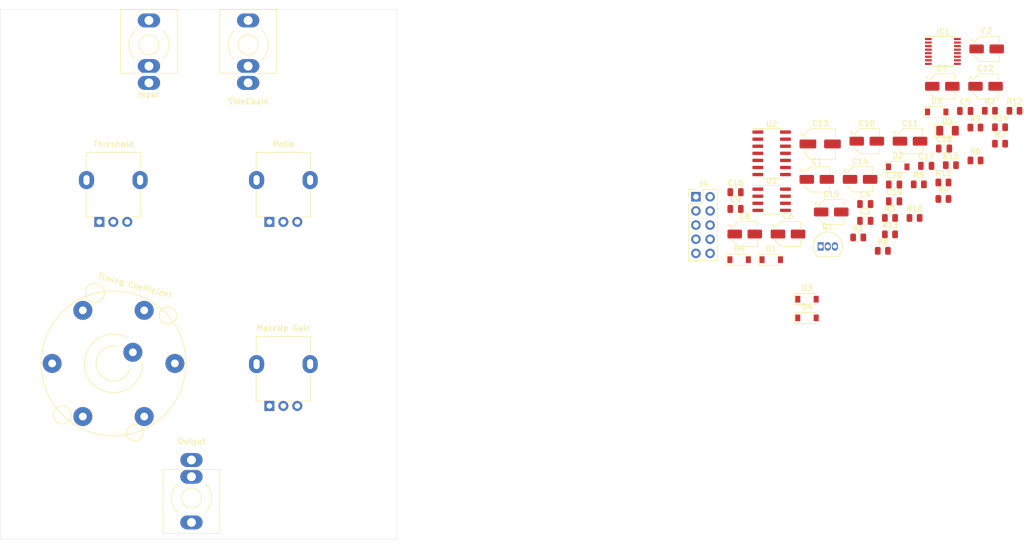
<source format=kicad_pcb>
(kicad_pcb (version 20171130) (host pcbnew "(5.1.10)-1")

  (general
    (thickness 1.6)
    (drawings 4)
    (tracks 0)
    (zones 0)
    (modules 54)
    (nets 48)
  )

  (page A4)
  (layers
    (0 F.Cu signal)
    (31 B.Cu signal)
    (32 B.Adhes user)
    (33 F.Adhes user)
    (34 B.Paste user)
    (35 F.Paste user)
    (36 B.SilkS user)
    (37 F.SilkS user)
    (38 B.Mask user)
    (39 F.Mask user)
    (40 Dwgs.User user)
    (41 Cmts.User user)
    (42 Eco1.User user)
    (43 Eco2.User user)
    (44 Edge.Cuts user)
    (45 Margin user)
    (46 B.CrtYd user)
    (47 F.CrtYd user)
    (48 B.Fab user)
    (49 F.Fab user)
  )

  (setup
    (last_trace_width 0.25)
    (trace_clearance 0.2)
    (zone_clearance 0.508)
    (zone_45_only no)
    (trace_min 0.2)
    (via_size 0.8)
    (via_drill 0.4)
    (via_min_size 0.4)
    (via_min_drill 0.3)
    (uvia_size 0.3)
    (uvia_drill 0.1)
    (uvias_allowed no)
    (uvia_min_size 0.2)
    (uvia_min_drill 0.1)
    (edge_width 0.05)
    (segment_width 0.2)
    (pcb_text_width 0.3)
    (pcb_text_size 1.5 1.5)
    (mod_edge_width 0.12)
    (mod_text_size 1 1)
    (mod_text_width 0.15)
    (pad_size 1.524 1.524)
    (pad_drill 0.762)
    (pad_to_mask_clearance 0)
    (aux_axis_origin 0 0)
    (visible_elements FFFFFF7F)
    (pcbplotparams
      (layerselection 0x010fc_ffffffff)
      (usegerberextensions false)
      (usegerberattributes true)
      (usegerberadvancedattributes true)
      (creategerberjobfile true)
      (excludeedgelayer true)
      (linewidth 0.100000)
      (plotframeref false)
      (viasonmask false)
      (mode 1)
      (useauxorigin false)
      (hpglpennumber 1)
      (hpglpenspeed 20)
      (hpglpendiameter 15.000000)
      (psnegative false)
      (psa4output false)
      (plotreference true)
      (plotvalue true)
      (plotinvisibletext false)
      (padsonsilk false)
      (subtractmaskfromsilk false)
      (outputformat 1)
      (mirror false)
      (drillshape 1)
      (scaleselection 1)
      (outputdirectory ""))
  )

  (net 0 "")
  (net 1 "Net-(C1-Pad1)")
  (net 2 "Net-(C1-Pad2)")
  (net 3 "Net-(C2-Pad2)")
  (net 4 "Net-(C2-Pad1)")
  (net 5 GND)
  (net 6 "Net-(C3-Pad2)")
  (net 7 +12V)
  (net 8 -12V)
  (net 9 "Net-(C7-Pad1)")
  (net 10 "Net-(C8-Pad1)")
  (net 11 "Net-(C9-Pad2)")
  (net 12 "Net-(C9-Pad1)")
  (net 13 "Net-(C10-Pad1)")
  (net 14 "Net-(C11-Pad1)")
  (net 15 "Net-(C12-Pad1)")
  (net 16 "Net-(C13-Pad1)")
  (net 17 "Net-(C16-Pad2)")
  (net 18 "Net-(C16-Pad1)")
  (net 19 +5V)
  (net 20 "Net-(D1-Pad2)")
  (net 21 "Net-(D2-Pad1)")
  (net 22 "Net-(D5-Pad1)")
  (net 23 "Net-(D5-Pad2)")
  (net 24 "Net-(IC1-Pad1)")
  (net 25 "Net-(IC1-Pad2)")
  (net 26 "Net-(IC1-Pad3)")
  (net 27 "Net-(IC1-Pad4)")
  (net 28 RMS_out)
  (net 29 "Net-(IC1-Pad6)")
  (net 30 "Net-(IC1-Pad7)")
  (net 31 "Net-(IC1-Pad10)")
  (net 32 V_Comp)
  (net 33 "Net-(IC1-Pad14)")
  (net 34 "Net-(IC1-Pad15)")
  (net 35 "Net-(IC1-Pad16)")
  (net 36 "Net-(Q1-Pad2)")
  (net 37 "Net-(R6-Pad2)")
  (net 38 Threshold_out)
  (net 39 LED_drive)
  (net 40 "Net-(R9-Pad2)")
  (net 41 "Net-(R10-Pad1)")
  (net 42 "Net-(R11-Pad1)")
  (net 43 "Net-(R11-Pad2)")
  (net 44 "Net-(U1-Pad4)")
  (net 45 "Net-(U1-Pad5)")
  (net 46 "Net-(J1-Pad2)")
  (net 47 "Net-(J3-Pad2)")

  (net_class Default "This is the default net class."
    (clearance 0.2)
    (trace_width 0.25)
    (via_dia 0.8)
    (via_drill 0.4)
    (uvia_dia 0.3)
    (uvia_drill 0.1)
    (add_net +12V)
    (add_net +5V)
    (add_net -12V)
    (add_net GND)
    (add_net LED_drive)
    (add_net "Net-(C1-Pad1)")
    (add_net "Net-(C1-Pad2)")
    (add_net "Net-(C10-Pad1)")
    (add_net "Net-(C11-Pad1)")
    (add_net "Net-(C12-Pad1)")
    (add_net "Net-(C13-Pad1)")
    (add_net "Net-(C16-Pad1)")
    (add_net "Net-(C16-Pad2)")
    (add_net "Net-(C2-Pad1)")
    (add_net "Net-(C2-Pad2)")
    (add_net "Net-(C3-Pad2)")
    (add_net "Net-(C7-Pad1)")
    (add_net "Net-(C8-Pad1)")
    (add_net "Net-(C9-Pad1)")
    (add_net "Net-(C9-Pad2)")
    (add_net "Net-(D1-Pad2)")
    (add_net "Net-(D2-Pad1)")
    (add_net "Net-(D5-Pad1)")
    (add_net "Net-(D5-Pad2)")
    (add_net "Net-(IC1-Pad1)")
    (add_net "Net-(IC1-Pad10)")
    (add_net "Net-(IC1-Pad14)")
    (add_net "Net-(IC1-Pad15)")
    (add_net "Net-(IC1-Pad16)")
    (add_net "Net-(IC1-Pad2)")
    (add_net "Net-(IC1-Pad3)")
    (add_net "Net-(IC1-Pad4)")
    (add_net "Net-(IC1-Pad6)")
    (add_net "Net-(IC1-Pad7)")
    (add_net "Net-(J1-Pad2)")
    (add_net "Net-(J3-Pad2)")
    (add_net "Net-(Q1-Pad2)")
    (add_net "Net-(R10-Pad1)")
    (add_net "Net-(R11-Pad1)")
    (add_net "Net-(R11-Pad2)")
    (add_net "Net-(R6-Pad2)")
    (add_net "Net-(R9-Pad2)")
    (add_net "Net-(U1-Pad4)")
    (add_net "Net-(U1-Pad5)")
    (add_net RMS_out)
    (add_net Threshold_out)
    (add_net V_Comp)
  )

  (module Capacitor_SMD:CP_Elec_4x5.3 (layer F.Cu) (tedit 5BCA39CF) (tstamp 628D06C3)
    (at 171.781601 45.713201)
    (descr "SMD capacitor, aluminum electrolytic, Vishay, 4.0x5.3mm")
    (tags "capacitor electrolytic")
    (path /628DCAEE)
    (attr smd)
    (fp_text reference C1 (at 0 -3.2) (layer F.SilkS)
      (effects (font (size 1 1) (thickness 0.15)))
    )
    (fp_text value 10u (at 0 3.2) (layer F.Fab)
      (effects (font (size 1 1) (thickness 0.15)))
    )
    (fp_line (start -3.35 1.05) (end -2.4 1.05) (layer F.CrtYd) (width 0.05))
    (fp_line (start -3.35 -1.05) (end -3.35 1.05) (layer F.CrtYd) (width 0.05))
    (fp_line (start -2.4 -1.05) (end -3.35 -1.05) (layer F.CrtYd) (width 0.05))
    (fp_line (start -2.4 1.05) (end -2.4 1.25) (layer F.CrtYd) (width 0.05))
    (fp_line (start -2.4 -1.25) (end -2.4 -1.05) (layer F.CrtYd) (width 0.05))
    (fp_line (start -2.4 -1.25) (end -1.25 -2.4) (layer F.CrtYd) (width 0.05))
    (fp_line (start -2.4 1.25) (end -1.25 2.4) (layer F.CrtYd) (width 0.05))
    (fp_line (start -1.25 -2.4) (end 2.4 -2.4) (layer F.CrtYd) (width 0.05))
    (fp_line (start -1.25 2.4) (end 2.4 2.4) (layer F.CrtYd) (width 0.05))
    (fp_line (start 2.4 1.05) (end 2.4 2.4) (layer F.CrtYd) (width 0.05))
    (fp_line (start 3.35 1.05) (end 2.4 1.05) (layer F.CrtYd) (width 0.05))
    (fp_line (start 3.35 -1.05) (end 3.35 1.05) (layer F.CrtYd) (width 0.05))
    (fp_line (start 2.4 -1.05) (end 3.35 -1.05) (layer F.CrtYd) (width 0.05))
    (fp_line (start 2.4 -2.4) (end 2.4 -1.05) (layer F.CrtYd) (width 0.05))
    (fp_line (start -2.75 -1.81) (end -2.75 -1.31) (layer F.SilkS) (width 0.12))
    (fp_line (start -3 -1.56) (end -2.5 -1.56) (layer F.SilkS) (width 0.12))
    (fp_line (start -2.26 1.195563) (end -1.195563 2.26) (layer F.SilkS) (width 0.12))
    (fp_line (start -2.26 -1.195563) (end -1.195563 -2.26) (layer F.SilkS) (width 0.12))
    (fp_line (start -2.26 -1.195563) (end -2.26 -1.06) (layer F.SilkS) (width 0.12))
    (fp_line (start -2.26 1.195563) (end -2.26 1.06) (layer F.SilkS) (width 0.12))
    (fp_line (start -1.195563 2.26) (end 2.26 2.26) (layer F.SilkS) (width 0.12))
    (fp_line (start -1.195563 -2.26) (end 2.26 -2.26) (layer F.SilkS) (width 0.12))
    (fp_line (start 2.26 -2.26) (end 2.26 -1.06) (layer F.SilkS) (width 0.12))
    (fp_line (start 2.26 2.26) (end 2.26 1.06) (layer F.SilkS) (width 0.12))
    (fp_line (start -1.374773 -1.2) (end -1.374773 -0.8) (layer F.Fab) (width 0.1))
    (fp_line (start -1.574773 -1) (end -1.174773 -1) (layer F.Fab) (width 0.1))
    (fp_line (start -2.15 1.15) (end -1.15 2.15) (layer F.Fab) (width 0.1))
    (fp_line (start -2.15 -1.15) (end -1.15 -2.15) (layer F.Fab) (width 0.1))
    (fp_line (start -2.15 -1.15) (end -2.15 1.15) (layer F.Fab) (width 0.1))
    (fp_line (start -1.15 2.15) (end 2.15 2.15) (layer F.Fab) (width 0.1))
    (fp_line (start -1.15 -2.15) (end 2.15 -2.15) (layer F.Fab) (width 0.1))
    (fp_line (start 2.15 -2.15) (end 2.15 2.15) (layer F.Fab) (width 0.1))
    (fp_circle (center 0 0) (end 2 0) (layer F.Fab) (width 0.1))
    (fp_text user %R (at 0 0) (layer F.Fab)
      (effects (font (size 0.8 0.8) (thickness 0.12)))
    )
    (pad 1 smd roundrect (at -1.8 0) (size 2.6 1.6) (layers F.Cu F.Paste F.Mask) (roundrect_rratio 0.15625)
      (net 1 "Net-(C1-Pad1)"))
    (pad 2 smd roundrect (at 1.8 0) (size 2.6 1.6) (layers F.Cu F.Paste F.Mask) (roundrect_rratio 0.15625)
      (net 2 "Net-(C1-Pad2)"))
    (model ${KISYS3DMOD}/Capacitor_SMD.3dshapes/CP_Elec_4x5.3.wrl
      (at (xyz 0 0 0))
      (scale (xyz 1 1 1))
      (rotate (xyz 0 0 0))
    )
  )

  (module Capacitor_SMD:CP_Elec_4x5.3 (layer F.Cu) (tedit 5BCA39CF) (tstamp 628D06EB)
    (at 202.221601 22.313201)
    (descr "SMD capacitor, aluminum electrolytic, Vishay, 4.0x5.3mm")
    (tags "capacitor electrolytic")
    (path /628E41D9)
    (attr smd)
    (fp_text reference C2 (at 0 -3.2) (layer F.SilkS)
      (effects (font (size 1 1) (thickness 0.15)))
    )
    (fp_text value 10u (at 0 3.2) (layer F.Fab)
      (effects (font (size 1 1) (thickness 0.15)))
    )
    (fp_text user %R (at 0 0) (layer F.Fab)
      (effects (font (size 0.8 0.8) (thickness 0.12)))
    )
    (fp_circle (center 0 0) (end 2 0) (layer F.Fab) (width 0.1))
    (fp_line (start 2.15 -2.15) (end 2.15 2.15) (layer F.Fab) (width 0.1))
    (fp_line (start -1.15 -2.15) (end 2.15 -2.15) (layer F.Fab) (width 0.1))
    (fp_line (start -1.15 2.15) (end 2.15 2.15) (layer F.Fab) (width 0.1))
    (fp_line (start -2.15 -1.15) (end -2.15 1.15) (layer F.Fab) (width 0.1))
    (fp_line (start -2.15 -1.15) (end -1.15 -2.15) (layer F.Fab) (width 0.1))
    (fp_line (start -2.15 1.15) (end -1.15 2.15) (layer F.Fab) (width 0.1))
    (fp_line (start -1.574773 -1) (end -1.174773 -1) (layer F.Fab) (width 0.1))
    (fp_line (start -1.374773 -1.2) (end -1.374773 -0.8) (layer F.Fab) (width 0.1))
    (fp_line (start 2.26 2.26) (end 2.26 1.06) (layer F.SilkS) (width 0.12))
    (fp_line (start 2.26 -2.26) (end 2.26 -1.06) (layer F.SilkS) (width 0.12))
    (fp_line (start -1.195563 -2.26) (end 2.26 -2.26) (layer F.SilkS) (width 0.12))
    (fp_line (start -1.195563 2.26) (end 2.26 2.26) (layer F.SilkS) (width 0.12))
    (fp_line (start -2.26 1.195563) (end -2.26 1.06) (layer F.SilkS) (width 0.12))
    (fp_line (start -2.26 -1.195563) (end -2.26 -1.06) (layer F.SilkS) (width 0.12))
    (fp_line (start -2.26 -1.195563) (end -1.195563 -2.26) (layer F.SilkS) (width 0.12))
    (fp_line (start -2.26 1.195563) (end -1.195563 2.26) (layer F.SilkS) (width 0.12))
    (fp_line (start -3 -1.56) (end -2.5 -1.56) (layer F.SilkS) (width 0.12))
    (fp_line (start -2.75 -1.81) (end -2.75 -1.31) (layer F.SilkS) (width 0.12))
    (fp_line (start 2.4 -2.4) (end 2.4 -1.05) (layer F.CrtYd) (width 0.05))
    (fp_line (start 2.4 -1.05) (end 3.35 -1.05) (layer F.CrtYd) (width 0.05))
    (fp_line (start 3.35 -1.05) (end 3.35 1.05) (layer F.CrtYd) (width 0.05))
    (fp_line (start 3.35 1.05) (end 2.4 1.05) (layer F.CrtYd) (width 0.05))
    (fp_line (start 2.4 1.05) (end 2.4 2.4) (layer F.CrtYd) (width 0.05))
    (fp_line (start -1.25 2.4) (end 2.4 2.4) (layer F.CrtYd) (width 0.05))
    (fp_line (start -1.25 -2.4) (end 2.4 -2.4) (layer F.CrtYd) (width 0.05))
    (fp_line (start -2.4 1.25) (end -1.25 2.4) (layer F.CrtYd) (width 0.05))
    (fp_line (start -2.4 -1.25) (end -1.25 -2.4) (layer F.CrtYd) (width 0.05))
    (fp_line (start -2.4 -1.25) (end -2.4 -1.05) (layer F.CrtYd) (width 0.05))
    (fp_line (start -2.4 1.05) (end -2.4 1.25) (layer F.CrtYd) (width 0.05))
    (fp_line (start -2.4 -1.05) (end -3.35 -1.05) (layer F.CrtYd) (width 0.05))
    (fp_line (start -3.35 -1.05) (end -3.35 1.05) (layer F.CrtYd) (width 0.05))
    (fp_line (start -3.35 1.05) (end -2.4 1.05) (layer F.CrtYd) (width 0.05))
    (pad 2 smd roundrect (at 1.8 0) (size 2.6 1.6) (layers F.Cu F.Paste F.Mask) (roundrect_rratio 0.15625)
      (net 3 "Net-(C2-Pad2)"))
    (pad 1 smd roundrect (at -1.8 0) (size 2.6 1.6) (layers F.Cu F.Paste F.Mask) (roundrect_rratio 0.15625)
      (net 4 "Net-(C2-Pad1)"))
    (model ${KISYS3DMOD}/Capacitor_SMD.3dshapes/CP_Elec_4x5.3.wrl
      (at (xyz 0 0 0))
      (scale (xyz 1 1 1))
      (rotate (xyz 0 0 0))
    )
  )

  (module Capacitor_SMD:C_0805_2012Metric (layer F.Cu) (tedit 5F68FEEE) (tstamp 628D06FC)
    (at 180.461601 53.153201)
    (descr "Capacitor SMD 0805 (2012 Metric), square (rectangular) end terminal, IPC_7351 nominal, (Body size source: IPC-SM-782 page 76, https://www.pcb-3d.com/wordpress/wp-content/uploads/ipc-sm-782a_amendment_1_and_2.pdf, https://docs.google.com/spreadsheets/d/1BsfQQcO9C6DZCsRaXUlFlo91Tg2WpOkGARC1WS5S8t0/edit?usp=sharing), generated with kicad-footprint-generator")
    (tags capacitor)
    (path /628EC7F2)
    (attr smd)
    (fp_text reference C3 (at 0 -1.68) (layer F.SilkS)
      (effects (font (size 1 1) (thickness 0.15)))
    )
    (fp_text value 100p (at 0 1.68) (layer F.Fab)
      (effects (font (size 1 1) (thickness 0.15)))
    )
    (fp_line (start 1.7 0.98) (end -1.7 0.98) (layer F.CrtYd) (width 0.05))
    (fp_line (start 1.7 -0.98) (end 1.7 0.98) (layer F.CrtYd) (width 0.05))
    (fp_line (start -1.7 -0.98) (end 1.7 -0.98) (layer F.CrtYd) (width 0.05))
    (fp_line (start -1.7 0.98) (end -1.7 -0.98) (layer F.CrtYd) (width 0.05))
    (fp_line (start -0.261252 0.735) (end 0.261252 0.735) (layer F.SilkS) (width 0.12))
    (fp_line (start -0.261252 -0.735) (end 0.261252 -0.735) (layer F.SilkS) (width 0.12))
    (fp_line (start 1 0.625) (end -1 0.625) (layer F.Fab) (width 0.1))
    (fp_line (start 1 -0.625) (end 1 0.625) (layer F.Fab) (width 0.1))
    (fp_line (start -1 -0.625) (end 1 -0.625) (layer F.Fab) (width 0.1))
    (fp_line (start -1 0.625) (end -1 -0.625) (layer F.Fab) (width 0.1))
    (fp_text user %R (at 0 0) (layer F.Fab)
      (effects (font (size 0.5 0.5) (thickness 0.08)))
    )
    (pad 1 smd roundrect (at -0.95 0) (size 1 1.45) (layers F.Cu F.Paste F.Mask) (roundrect_rratio 0.25)
      (net 5 GND))
    (pad 2 smd roundrect (at 0.95 0) (size 1 1.45) (layers F.Cu F.Paste F.Mask) (roundrect_rratio 0.25)
      (net 6 "Net-(C3-Pad2)"))
    (model ${KISYS3DMOD}/Capacitor_SMD.3dshapes/C_0805_2012Metric.wrl
      (at (xyz 0 0 0))
      (scale (xyz 1 1 1))
      (rotate (xyz 0 0 0))
    )
  )

  (module Capacitor_SMD:C_0805_2012Metric (layer F.Cu) (tedit 5F68FEEE) (tstamp 628D070D)
    (at 180.461601 50.143201)
    (descr "Capacitor SMD 0805 (2012 Metric), square (rectangular) end terminal, IPC_7351 nominal, (Body size source: IPC-SM-782 page 76, https://www.pcb-3d.com/wordpress/wp-content/uploads/ipc-sm-782a_amendment_1_and_2.pdf, https://docs.google.com/spreadsheets/d/1BsfQQcO9C6DZCsRaXUlFlo91Tg2WpOkGARC1WS5S8t0/edit?usp=sharing), generated with kicad-footprint-generator")
    (tags capacitor)
    (path /628D1F21)
    (attr smd)
    (fp_text reference C4 (at 0 -1.68) (layer F.SilkS)
      (effects (font (size 1 1) (thickness 0.15)))
    )
    (fp_text value 100n (at 0 1.68) (layer F.Fab)
      (effects (font (size 1 1) (thickness 0.15)))
    )
    (fp_line (start 1.7 0.98) (end -1.7 0.98) (layer F.CrtYd) (width 0.05))
    (fp_line (start 1.7 -0.98) (end 1.7 0.98) (layer F.CrtYd) (width 0.05))
    (fp_line (start -1.7 -0.98) (end 1.7 -0.98) (layer F.CrtYd) (width 0.05))
    (fp_line (start -1.7 0.98) (end -1.7 -0.98) (layer F.CrtYd) (width 0.05))
    (fp_line (start -0.261252 0.735) (end 0.261252 0.735) (layer F.SilkS) (width 0.12))
    (fp_line (start -0.261252 -0.735) (end 0.261252 -0.735) (layer F.SilkS) (width 0.12))
    (fp_line (start 1 0.625) (end -1 0.625) (layer F.Fab) (width 0.1))
    (fp_line (start 1 -0.625) (end 1 0.625) (layer F.Fab) (width 0.1))
    (fp_line (start -1 -0.625) (end 1 -0.625) (layer F.Fab) (width 0.1))
    (fp_line (start -1 0.625) (end -1 -0.625) (layer F.Fab) (width 0.1))
    (fp_text user %R (at 0 0) (layer F.Fab)
      (effects (font (size 0.5 0.5) (thickness 0.08)))
    )
    (pad 1 smd roundrect (at -0.95 0) (size 1 1.45) (layers F.Cu F.Paste F.Mask) (roundrect_rratio 0.25)
      (net 7 +12V))
    (pad 2 smd roundrect (at 0.95 0) (size 1 1.45) (layers F.Cu F.Paste F.Mask) (roundrect_rratio 0.25)
      (net 5 GND))
    (model ${KISYS3DMOD}/Capacitor_SMD.3dshapes/C_0805_2012Metric.wrl
      (at (xyz 0 0 0))
      (scale (xyz 1 1 1))
      (rotate (xyz 0 0 0))
    )
  )

  (module Capacitor_SMD:C_0805_2012Metric (layer F.Cu) (tedit 5F68FEEE) (tstamp 628D071E)
    (at 198.371601 33.443201)
    (descr "Capacitor SMD 0805 (2012 Metric), square (rectangular) end terminal, IPC_7351 nominal, (Body size source: IPC-SM-782 page 76, https://www.pcb-3d.com/wordpress/wp-content/uploads/ipc-sm-782a_amendment_1_and_2.pdf, https://docs.google.com/spreadsheets/d/1BsfQQcO9C6DZCsRaXUlFlo91Tg2WpOkGARC1WS5S8t0/edit?usp=sharing), generated with kicad-footprint-generator")
    (tags capacitor)
    (path /628D18B4)
    (attr smd)
    (fp_text reference C5 (at 0 -1.68) (layer F.SilkS)
      (effects (font (size 1 1) (thickness 0.15)))
    )
    (fp_text value 100n (at 0 1.68) (layer F.Fab)
      (effects (font (size 1 1) (thickness 0.15)))
    )
    (fp_text user %R (at 0 0) (layer F.Fab)
      (effects (font (size 0.5 0.5) (thickness 0.08)))
    )
    (fp_line (start -1 0.625) (end -1 -0.625) (layer F.Fab) (width 0.1))
    (fp_line (start -1 -0.625) (end 1 -0.625) (layer F.Fab) (width 0.1))
    (fp_line (start 1 -0.625) (end 1 0.625) (layer F.Fab) (width 0.1))
    (fp_line (start 1 0.625) (end -1 0.625) (layer F.Fab) (width 0.1))
    (fp_line (start -0.261252 -0.735) (end 0.261252 -0.735) (layer F.SilkS) (width 0.12))
    (fp_line (start -0.261252 0.735) (end 0.261252 0.735) (layer F.SilkS) (width 0.12))
    (fp_line (start -1.7 0.98) (end -1.7 -0.98) (layer F.CrtYd) (width 0.05))
    (fp_line (start -1.7 -0.98) (end 1.7 -0.98) (layer F.CrtYd) (width 0.05))
    (fp_line (start 1.7 -0.98) (end 1.7 0.98) (layer F.CrtYd) (width 0.05))
    (fp_line (start 1.7 0.98) (end -1.7 0.98) (layer F.CrtYd) (width 0.05))
    (pad 2 smd roundrect (at 0.95 0) (size 1 1.45) (layers F.Cu F.Paste F.Mask) (roundrect_rratio 0.25)
      (net 5 GND))
    (pad 1 smd roundrect (at -0.95 0) (size 1 1.45) (layers F.Cu F.Paste F.Mask) (roundrect_rratio 0.25)
      (net 8 -12V))
    (model ${KISYS3DMOD}/Capacitor_SMD.3dshapes/C_0805_2012Metric.wrl
      (at (xyz 0 0 0))
      (scale (xyz 1 1 1))
      (rotate (xyz 0 0 0))
    )
  )

  (module Capacitor_SMD:CP_Elec_4x5.3 (layer F.Cu) (tedit 5BCA39CF) (tstamp 628D0746)
    (at 166.611601 55.523201)
    (descr "SMD capacitor, aluminum electrolytic, Vishay, 4.0x5.3mm")
    (tags "capacitor electrolytic")
    (path /6290C68F)
    (attr smd)
    (fp_text reference C6 (at 0 -3.2) (layer F.SilkS)
      (effects (font (size 1 1) (thickness 0.15)))
    )
    (fp_text value 22u (at 0 3.2) (layer F.Fab)
      (effects (font (size 1 1) (thickness 0.15)))
    )
    (fp_line (start -3.35 1.05) (end -2.4 1.05) (layer F.CrtYd) (width 0.05))
    (fp_line (start -3.35 -1.05) (end -3.35 1.05) (layer F.CrtYd) (width 0.05))
    (fp_line (start -2.4 -1.05) (end -3.35 -1.05) (layer F.CrtYd) (width 0.05))
    (fp_line (start -2.4 1.05) (end -2.4 1.25) (layer F.CrtYd) (width 0.05))
    (fp_line (start -2.4 -1.25) (end -2.4 -1.05) (layer F.CrtYd) (width 0.05))
    (fp_line (start -2.4 -1.25) (end -1.25 -2.4) (layer F.CrtYd) (width 0.05))
    (fp_line (start -2.4 1.25) (end -1.25 2.4) (layer F.CrtYd) (width 0.05))
    (fp_line (start -1.25 -2.4) (end 2.4 -2.4) (layer F.CrtYd) (width 0.05))
    (fp_line (start -1.25 2.4) (end 2.4 2.4) (layer F.CrtYd) (width 0.05))
    (fp_line (start 2.4 1.05) (end 2.4 2.4) (layer F.CrtYd) (width 0.05))
    (fp_line (start 3.35 1.05) (end 2.4 1.05) (layer F.CrtYd) (width 0.05))
    (fp_line (start 3.35 -1.05) (end 3.35 1.05) (layer F.CrtYd) (width 0.05))
    (fp_line (start 2.4 -1.05) (end 3.35 -1.05) (layer F.CrtYd) (width 0.05))
    (fp_line (start 2.4 -2.4) (end 2.4 -1.05) (layer F.CrtYd) (width 0.05))
    (fp_line (start -2.75 -1.81) (end -2.75 -1.31) (layer F.SilkS) (width 0.12))
    (fp_line (start -3 -1.56) (end -2.5 -1.56) (layer F.SilkS) (width 0.12))
    (fp_line (start -2.26 1.195563) (end -1.195563 2.26) (layer F.SilkS) (width 0.12))
    (fp_line (start -2.26 -1.195563) (end -1.195563 -2.26) (layer F.SilkS) (width 0.12))
    (fp_line (start -2.26 -1.195563) (end -2.26 -1.06) (layer F.SilkS) (width 0.12))
    (fp_line (start -2.26 1.195563) (end -2.26 1.06) (layer F.SilkS) (width 0.12))
    (fp_line (start -1.195563 2.26) (end 2.26 2.26) (layer F.SilkS) (width 0.12))
    (fp_line (start -1.195563 -2.26) (end 2.26 -2.26) (layer F.SilkS) (width 0.12))
    (fp_line (start 2.26 -2.26) (end 2.26 -1.06) (layer F.SilkS) (width 0.12))
    (fp_line (start 2.26 2.26) (end 2.26 1.06) (layer F.SilkS) (width 0.12))
    (fp_line (start -1.374773 -1.2) (end -1.374773 -0.8) (layer F.Fab) (width 0.1))
    (fp_line (start -1.574773 -1) (end -1.174773 -1) (layer F.Fab) (width 0.1))
    (fp_line (start -2.15 1.15) (end -1.15 2.15) (layer F.Fab) (width 0.1))
    (fp_line (start -2.15 -1.15) (end -1.15 -2.15) (layer F.Fab) (width 0.1))
    (fp_line (start -2.15 -1.15) (end -2.15 1.15) (layer F.Fab) (width 0.1))
    (fp_line (start -1.15 2.15) (end 2.15 2.15) (layer F.Fab) (width 0.1))
    (fp_line (start -1.15 -2.15) (end 2.15 -2.15) (layer F.Fab) (width 0.1))
    (fp_line (start 2.15 -2.15) (end 2.15 2.15) (layer F.Fab) (width 0.1))
    (fp_circle (center 0 0) (end 2 0) (layer F.Fab) (width 0.1))
    (fp_text user %R (at 0 0) (layer F.Fab)
      (effects (font (size 0.8 0.8) (thickness 0.12)))
    )
    (pad 1 smd roundrect (at -1.8 0) (size 2.6 1.6) (layers F.Cu F.Paste F.Mask) (roundrect_rratio 0.15625)
      (net 7 +12V))
    (pad 2 smd roundrect (at 1.8 0) (size 2.6 1.6) (layers F.Cu F.Paste F.Mask) (roundrect_rratio 0.15625)
      (net 5 GND))
    (model ${KISYS3DMOD}/Capacitor_SMD.3dshapes/CP_Elec_4x5.3.wrl
      (at (xyz 0 0 0))
      (scale (xyz 1 1 1))
      (rotate (xyz 0 0 0))
    )
  )

  (module Capacitor_SMD:CP_Elec_4x5.3 (layer F.Cu) (tedit 5BCA39CF) (tstamp 628D076E)
    (at 194.271601 29.013201)
    (descr "SMD capacitor, aluminum electrolytic, Vishay, 4.0x5.3mm")
    (tags "capacitor electrolytic")
    (path /628FE539)
    (attr smd)
    (fp_text reference C7 (at 0 -3.2) (layer F.SilkS)
      (effects (font (size 1 1) (thickness 0.15)))
    )
    (fp_text value 1u (at 0 3.2) (layer F.Fab)
      (effects (font (size 1 1) (thickness 0.15)))
    )
    (fp_line (start -3.35 1.05) (end -2.4 1.05) (layer F.CrtYd) (width 0.05))
    (fp_line (start -3.35 -1.05) (end -3.35 1.05) (layer F.CrtYd) (width 0.05))
    (fp_line (start -2.4 -1.05) (end -3.35 -1.05) (layer F.CrtYd) (width 0.05))
    (fp_line (start -2.4 1.05) (end -2.4 1.25) (layer F.CrtYd) (width 0.05))
    (fp_line (start -2.4 -1.25) (end -2.4 -1.05) (layer F.CrtYd) (width 0.05))
    (fp_line (start -2.4 -1.25) (end -1.25 -2.4) (layer F.CrtYd) (width 0.05))
    (fp_line (start -2.4 1.25) (end -1.25 2.4) (layer F.CrtYd) (width 0.05))
    (fp_line (start -1.25 -2.4) (end 2.4 -2.4) (layer F.CrtYd) (width 0.05))
    (fp_line (start -1.25 2.4) (end 2.4 2.4) (layer F.CrtYd) (width 0.05))
    (fp_line (start 2.4 1.05) (end 2.4 2.4) (layer F.CrtYd) (width 0.05))
    (fp_line (start 3.35 1.05) (end 2.4 1.05) (layer F.CrtYd) (width 0.05))
    (fp_line (start 3.35 -1.05) (end 3.35 1.05) (layer F.CrtYd) (width 0.05))
    (fp_line (start 2.4 -1.05) (end 3.35 -1.05) (layer F.CrtYd) (width 0.05))
    (fp_line (start 2.4 -2.4) (end 2.4 -1.05) (layer F.CrtYd) (width 0.05))
    (fp_line (start -2.75 -1.81) (end -2.75 -1.31) (layer F.SilkS) (width 0.12))
    (fp_line (start -3 -1.56) (end -2.5 -1.56) (layer F.SilkS) (width 0.12))
    (fp_line (start -2.26 1.195563) (end -1.195563 2.26) (layer F.SilkS) (width 0.12))
    (fp_line (start -2.26 -1.195563) (end -1.195563 -2.26) (layer F.SilkS) (width 0.12))
    (fp_line (start -2.26 -1.195563) (end -2.26 -1.06) (layer F.SilkS) (width 0.12))
    (fp_line (start -2.26 1.195563) (end -2.26 1.06) (layer F.SilkS) (width 0.12))
    (fp_line (start -1.195563 2.26) (end 2.26 2.26) (layer F.SilkS) (width 0.12))
    (fp_line (start -1.195563 -2.26) (end 2.26 -2.26) (layer F.SilkS) (width 0.12))
    (fp_line (start 2.26 -2.26) (end 2.26 -1.06) (layer F.SilkS) (width 0.12))
    (fp_line (start 2.26 2.26) (end 2.26 1.06) (layer F.SilkS) (width 0.12))
    (fp_line (start -1.374773 -1.2) (end -1.374773 -0.8) (layer F.Fab) (width 0.1))
    (fp_line (start -1.574773 -1) (end -1.174773 -1) (layer F.Fab) (width 0.1))
    (fp_line (start -2.15 1.15) (end -1.15 2.15) (layer F.Fab) (width 0.1))
    (fp_line (start -2.15 -1.15) (end -1.15 -2.15) (layer F.Fab) (width 0.1))
    (fp_line (start -2.15 -1.15) (end -2.15 1.15) (layer F.Fab) (width 0.1))
    (fp_line (start -1.15 2.15) (end 2.15 2.15) (layer F.Fab) (width 0.1))
    (fp_line (start -1.15 -2.15) (end 2.15 -2.15) (layer F.Fab) (width 0.1))
    (fp_line (start 2.15 -2.15) (end 2.15 2.15) (layer F.Fab) (width 0.1))
    (fp_circle (center 0 0) (end 2 0) (layer F.Fab) (width 0.1))
    (fp_text user %R (at 0 0) (layer F.Fab)
      (effects (font (size 0.8 0.8) (thickness 0.12)))
    )
    (pad 1 smd roundrect (at -1.8 0) (size 2.6 1.6) (layers F.Cu F.Paste F.Mask) (roundrect_rratio 0.15625)
      (net 9 "Net-(C7-Pad1)"))
    (pad 2 smd roundrect (at 1.8 0) (size 2.6 1.6) (layers F.Cu F.Paste F.Mask) (roundrect_rratio 0.15625)
      (net 5 GND))
    (model ${KISYS3DMOD}/Capacitor_SMD.3dshapes/CP_Elec_4x5.3.wrl
      (at (xyz 0 0 0))
      (scale (xyz 1 1 1))
      (rotate (xyz 0 0 0))
    )
  )

  (module Capacitor_SMD:CP_Elec_4x5.3 (layer F.Cu) (tedit 5BCA39CF) (tstamp 628D0796)
    (at 158.861601 55.523201)
    (descr "SMD capacitor, aluminum electrolytic, Vishay, 4.0x5.3mm")
    (tags "capacitor electrolytic")
    (path /62900AEF)
    (attr smd)
    (fp_text reference C8 (at 0 -3.2) (layer F.SilkS)
      (effects (font (size 1 1) (thickness 0.15)))
    )
    (fp_text value 3u3 (at 0 3.2) (layer F.Fab)
      (effects (font (size 1 1) (thickness 0.15)))
    )
    (fp_text user %R (at 0 0) (layer F.Fab)
      (effects (font (size 0.8 0.8) (thickness 0.12)))
    )
    (fp_circle (center 0 0) (end 2 0) (layer F.Fab) (width 0.1))
    (fp_line (start 2.15 -2.15) (end 2.15 2.15) (layer F.Fab) (width 0.1))
    (fp_line (start -1.15 -2.15) (end 2.15 -2.15) (layer F.Fab) (width 0.1))
    (fp_line (start -1.15 2.15) (end 2.15 2.15) (layer F.Fab) (width 0.1))
    (fp_line (start -2.15 -1.15) (end -2.15 1.15) (layer F.Fab) (width 0.1))
    (fp_line (start -2.15 -1.15) (end -1.15 -2.15) (layer F.Fab) (width 0.1))
    (fp_line (start -2.15 1.15) (end -1.15 2.15) (layer F.Fab) (width 0.1))
    (fp_line (start -1.574773 -1) (end -1.174773 -1) (layer F.Fab) (width 0.1))
    (fp_line (start -1.374773 -1.2) (end -1.374773 -0.8) (layer F.Fab) (width 0.1))
    (fp_line (start 2.26 2.26) (end 2.26 1.06) (layer F.SilkS) (width 0.12))
    (fp_line (start 2.26 -2.26) (end 2.26 -1.06) (layer F.SilkS) (width 0.12))
    (fp_line (start -1.195563 -2.26) (end 2.26 -2.26) (layer F.SilkS) (width 0.12))
    (fp_line (start -1.195563 2.26) (end 2.26 2.26) (layer F.SilkS) (width 0.12))
    (fp_line (start -2.26 1.195563) (end -2.26 1.06) (layer F.SilkS) (width 0.12))
    (fp_line (start -2.26 -1.195563) (end -2.26 -1.06) (layer F.SilkS) (width 0.12))
    (fp_line (start -2.26 -1.195563) (end -1.195563 -2.26) (layer F.SilkS) (width 0.12))
    (fp_line (start -2.26 1.195563) (end -1.195563 2.26) (layer F.SilkS) (width 0.12))
    (fp_line (start -3 -1.56) (end -2.5 -1.56) (layer F.SilkS) (width 0.12))
    (fp_line (start -2.75 -1.81) (end -2.75 -1.31) (layer F.SilkS) (width 0.12))
    (fp_line (start 2.4 -2.4) (end 2.4 -1.05) (layer F.CrtYd) (width 0.05))
    (fp_line (start 2.4 -1.05) (end 3.35 -1.05) (layer F.CrtYd) (width 0.05))
    (fp_line (start 3.35 -1.05) (end 3.35 1.05) (layer F.CrtYd) (width 0.05))
    (fp_line (start 3.35 1.05) (end 2.4 1.05) (layer F.CrtYd) (width 0.05))
    (fp_line (start 2.4 1.05) (end 2.4 2.4) (layer F.CrtYd) (width 0.05))
    (fp_line (start -1.25 2.4) (end 2.4 2.4) (layer F.CrtYd) (width 0.05))
    (fp_line (start -1.25 -2.4) (end 2.4 -2.4) (layer F.CrtYd) (width 0.05))
    (fp_line (start -2.4 1.25) (end -1.25 2.4) (layer F.CrtYd) (width 0.05))
    (fp_line (start -2.4 -1.25) (end -1.25 -2.4) (layer F.CrtYd) (width 0.05))
    (fp_line (start -2.4 -1.25) (end -2.4 -1.05) (layer F.CrtYd) (width 0.05))
    (fp_line (start -2.4 1.05) (end -2.4 1.25) (layer F.CrtYd) (width 0.05))
    (fp_line (start -2.4 -1.05) (end -3.35 -1.05) (layer F.CrtYd) (width 0.05))
    (fp_line (start -3.35 -1.05) (end -3.35 1.05) (layer F.CrtYd) (width 0.05))
    (fp_line (start -3.35 1.05) (end -2.4 1.05) (layer F.CrtYd) (width 0.05))
    (pad 2 smd roundrect (at 1.8 0) (size 2.6 1.6) (layers F.Cu F.Paste F.Mask) (roundrect_rratio 0.15625)
      (net 5 GND))
    (pad 1 smd roundrect (at -1.8 0) (size 2.6 1.6) (layers F.Cu F.Paste F.Mask) (roundrect_rratio 0.15625)
      (net 10 "Net-(C8-Pad1)"))
    (model ${KISYS3DMOD}/Capacitor_SMD.3dshapes/CP_Elec_4x5.3.wrl
      (at (xyz 0 0 0))
      (scale (xyz 1 1 1))
      (rotate (xyz 0 0 0))
    )
  )

  (module Capacitor_SMD:C_0805_2012Metric (layer F.Cu) (tedit 5F68FEEE) (tstamp 628D07A7)
    (at 157.211601 51.023201)
    (descr "Capacitor SMD 0805 (2012 Metric), square (rectangular) end terminal, IPC_7351 nominal, (Body size source: IPC-SM-782 page 76, https://www.pcb-3d.com/wordpress/wp-content/uploads/ipc-sm-782a_amendment_1_and_2.pdf, https://docs.google.com/spreadsheets/d/1BsfQQcO9C6DZCsRaXUlFlo91Tg2WpOkGARC1WS5S8t0/edit?usp=sharing), generated with kicad-footprint-generator")
    (tags capacitor)
    (path /6298943D)
    (attr smd)
    (fp_text reference C9 (at 0 -1.68) (layer F.SilkS)
      (effects (font (size 1 1) (thickness 0.15)))
    )
    (fp_text value 22p (at 0 1.68) (layer F.Fab)
      (effects (font (size 1 1) (thickness 0.15)))
    )
    (fp_text user %R (at 0 0) (layer F.Fab)
      (effects (font (size 0.5 0.5) (thickness 0.08)))
    )
    (fp_line (start -1 0.625) (end -1 -0.625) (layer F.Fab) (width 0.1))
    (fp_line (start -1 -0.625) (end 1 -0.625) (layer F.Fab) (width 0.1))
    (fp_line (start 1 -0.625) (end 1 0.625) (layer F.Fab) (width 0.1))
    (fp_line (start 1 0.625) (end -1 0.625) (layer F.Fab) (width 0.1))
    (fp_line (start -0.261252 -0.735) (end 0.261252 -0.735) (layer F.SilkS) (width 0.12))
    (fp_line (start -0.261252 0.735) (end 0.261252 0.735) (layer F.SilkS) (width 0.12))
    (fp_line (start -1.7 0.98) (end -1.7 -0.98) (layer F.CrtYd) (width 0.05))
    (fp_line (start -1.7 -0.98) (end 1.7 -0.98) (layer F.CrtYd) (width 0.05))
    (fp_line (start 1.7 -0.98) (end 1.7 0.98) (layer F.CrtYd) (width 0.05))
    (fp_line (start 1.7 0.98) (end -1.7 0.98) (layer F.CrtYd) (width 0.05))
    (pad 2 smd roundrect (at 0.95 0) (size 1 1.45) (layers F.Cu F.Paste F.Mask) (roundrect_rratio 0.25)
      (net 11 "Net-(C9-Pad2)"))
    (pad 1 smd roundrect (at -0.95 0) (size 1 1.45) (layers F.Cu F.Paste F.Mask) (roundrect_rratio 0.25)
      (net 12 "Net-(C9-Pad1)"))
    (model ${KISYS3DMOD}/Capacitor_SMD.3dshapes/C_0805_2012Metric.wrl
      (at (xyz 0 0 0))
      (scale (xyz 1 1 1))
      (rotate (xyz 0 0 0))
    )
  )

  (module Capacitor_SMD:CP_Elec_4x5.4 (layer F.Cu) (tedit 5BCA39CF) (tstamp 628D07CF)
    (at 180.731601 38.863201)
    (descr "SMD capacitor, aluminum electrolytic, Panasonic A5 / Nichicon, 4.0x5.4mm")
    (tags "capacitor electrolytic")
    (path /62900FDB)
    (attr smd)
    (fp_text reference C10 (at 0 -3.2) (layer F.SilkS)
      (effects (font (size 1 1) (thickness 0.15)))
    )
    (fp_text value 6u8 (at 0 3.2) (layer F.Fab)
      (effects (font (size 1 1) (thickness 0.15)))
    )
    (fp_line (start -3.35 1.05) (end -2.4 1.05) (layer F.CrtYd) (width 0.05))
    (fp_line (start -3.35 -1.05) (end -3.35 1.05) (layer F.CrtYd) (width 0.05))
    (fp_line (start -2.4 -1.05) (end -3.35 -1.05) (layer F.CrtYd) (width 0.05))
    (fp_line (start -2.4 1.05) (end -2.4 1.25) (layer F.CrtYd) (width 0.05))
    (fp_line (start -2.4 -1.25) (end -2.4 -1.05) (layer F.CrtYd) (width 0.05))
    (fp_line (start -2.4 -1.25) (end -1.25 -2.4) (layer F.CrtYd) (width 0.05))
    (fp_line (start -2.4 1.25) (end -1.25 2.4) (layer F.CrtYd) (width 0.05))
    (fp_line (start -1.25 -2.4) (end 2.4 -2.4) (layer F.CrtYd) (width 0.05))
    (fp_line (start -1.25 2.4) (end 2.4 2.4) (layer F.CrtYd) (width 0.05))
    (fp_line (start 2.4 1.05) (end 2.4 2.4) (layer F.CrtYd) (width 0.05))
    (fp_line (start 3.35 1.05) (end 2.4 1.05) (layer F.CrtYd) (width 0.05))
    (fp_line (start 3.35 -1.05) (end 3.35 1.05) (layer F.CrtYd) (width 0.05))
    (fp_line (start 2.4 -1.05) (end 3.35 -1.05) (layer F.CrtYd) (width 0.05))
    (fp_line (start 2.4 -2.4) (end 2.4 -1.05) (layer F.CrtYd) (width 0.05))
    (fp_line (start -2.75 -1.81) (end -2.75 -1.31) (layer F.SilkS) (width 0.12))
    (fp_line (start -3 -1.56) (end -2.5 -1.56) (layer F.SilkS) (width 0.12))
    (fp_line (start -2.26 1.195563) (end -1.195563 2.26) (layer F.SilkS) (width 0.12))
    (fp_line (start -2.26 -1.195563) (end -1.195563 -2.26) (layer F.SilkS) (width 0.12))
    (fp_line (start -2.26 -1.195563) (end -2.26 -1.06) (layer F.SilkS) (width 0.12))
    (fp_line (start -2.26 1.195563) (end -2.26 1.06) (layer F.SilkS) (width 0.12))
    (fp_line (start -1.195563 2.26) (end 2.26 2.26) (layer F.SilkS) (width 0.12))
    (fp_line (start -1.195563 -2.26) (end 2.26 -2.26) (layer F.SilkS) (width 0.12))
    (fp_line (start 2.26 -2.26) (end 2.26 -1.06) (layer F.SilkS) (width 0.12))
    (fp_line (start 2.26 2.26) (end 2.26 1.06) (layer F.SilkS) (width 0.12))
    (fp_line (start -1.374773 -1.2) (end -1.374773 -0.8) (layer F.Fab) (width 0.1))
    (fp_line (start -1.574773 -1) (end -1.174773 -1) (layer F.Fab) (width 0.1))
    (fp_line (start -2.15 1.15) (end -1.15 2.15) (layer F.Fab) (width 0.1))
    (fp_line (start -2.15 -1.15) (end -1.15 -2.15) (layer F.Fab) (width 0.1))
    (fp_line (start -2.15 -1.15) (end -2.15 1.15) (layer F.Fab) (width 0.1))
    (fp_line (start -1.15 2.15) (end 2.15 2.15) (layer F.Fab) (width 0.1))
    (fp_line (start -1.15 -2.15) (end 2.15 -2.15) (layer F.Fab) (width 0.1))
    (fp_line (start 2.15 -2.15) (end 2.15 2.15) (layer F.Fab) (width 0.1))
    (fp_circle (center 0 0) (end 2 0) (layer F.Fab) (width 0.1))
    (fp_text user %R (at 0 0) (layer F.Fab)
      (effects (font (size 0.8 0.8) (thickness 0.12)))
    )
    (pad 1 smd roundrect (at -1.8 0) (size 2.6 1.6) (layers F.Cu F.Paste F.Mask) (roundrect_rratio 0.15625)
      (net 13 "Net-(C10-Pad1)"))
    (pad 2 smd roundrect (at 1.8 0) (size 2.6 1.6) (layers F.Cu F.Paste F.Mask) (roundrect_rratio 0.15625)
      (net 5 GND))
    (model ${KISYS3DMOD}/Capacitor_SMD.3dshapes/CP_Elec_4x5.4.wrl
      (at (xyz 0 0 0))
      (scale (xyz 1 1 1))
      (rotate (xyz 0 0 0))
    )
  )

  (module Capacitor_SMD:CP_Elec_4x5.3 (layer F.Cu) (tedit 5BCA39CF) (tstamp 628D07F7)
    (at 188.481601 38.863201)
    (descr "SMD capacitor, aluminum electrolytic, Vishay, 4.0x5.3mm")
    (tags "capacitor electrolytic")
    (path /62901286)
    (attr smd)
    (fp_text reference C11 (at 0 -3.2) (layer F.SilkS)
      (effects (font (size 1 1) (thickness 0.15)))
    )
    (fp_text value 10u (at 0 3.2) (layer F.Fab)
      (effects (font (size 1 1) (thickness 0.15)))
    )
    (fp_line (start -3.35 1.05) (end -2.4 1.05) (layer F.CrtYd) (width 0.05))
    (fp_line (start -3.35 -1.05) (end -3.35 1.05) (layer F.CrtYd) (width 0.05))
    (fp_line (start -2.4 -1.05) (end -3.35 -1.05) (layer F.CrtYd) (width 0.05))
    (fp_line (start -2.4 1.05) (end -2.4 1.25) (layer F.CrtYd) (width 0.05))
    (fp_line (start -2.4 -1.25) (end -2.4 -1.05) (layer F.CrtYd) (width 0.05))
    (fp_line (start -2.4 -1.25) (end -1.25 -2.4) (layer F.CrtYd) (width 0.05))
    (fp_line (start -2.4 1.25) (end -1.25 2.4) (layer F.CrtYd) (width 0.05))
    (fp_line (start -1.25 -2.4) (end 2.4 -2.4) (layer F.CrtYd) (width 0.05))
    (fp_line (start -1.25 2.4) (end 2.4 2.4) (layer F.CrtYd) (width 0.05))
    (fp_line (start 2.4 1.05) (end 2.4 2.4) (layer F.CrtYd) (width 0.05))
    (fp_line (start 3.35 1.05) (end 2.4 1.05) (layer F.CrtYd) (width 0.05))
    (fp_line (start 3.35 -1.05) (end 3.35 1.05) (layer F.CrtYd) (width 0.05))
    (fp_line (start 2.4 -1.05) (end 3.35 -1.05) (layer F.CrtYd) (width 0.05))
    (fp_line (start 2.4 -2.4) (end 2.4 -1.05) (layer F.CrtYd) (width 0.05))
    (fp_line (start -2.75 -1.81) (end -2.75 -1.31) (layer F.SilkS) (width 0.12))
    (fp_line (start -3 -1.56) (end -2.5 -1.56) (layer F.SilkS) (width 0.12))
    (fp_line (start -2.26 1.195563) (end -1.195563 2.26) (layer F.SilkS) (width 0.12))
    (fp_line (start -2.26 -1.195563) (end -1.195563 -2.26) (layer F.SilkS) (width 0.12))
    (fp_line (start -2.26 -1.195563) (end -2.26 -1.06) (layer F.SilkS) (width 0.12))
    (fp_line (start -2.26 1.195563) (end -2.26 1.06) (layer F.SilkS) (width 0.12))
    (fp_line (start -1.195563 2.26) (end 2.26 2.26) (layer F.SilkS) (width 0.12))
    (fp_line (start -1.195563 -2.26) (end 2.26 -2.26) (layer F.SilkS) (width 0.12))
    (fp_line (start 2.26 -2.26) (end 2.26 -1.06) (layer F.SilkS) (width 0.12))
    (fp_line (start 2.26 2.26) (end 2.26 1.06) (layer F.SilkS) (width 0.12))
    (fp_line (start -1.374773 -1.2) (end -1.374773 -0.8) (layer F.Fab) (width 0.1))
    (fp_line (start -1.574773 -1) (end -1.174773 -1) (layer F.Fab) (width 0.1))
    (fp_line (start -2.15 1.15) (end -1.15 2.15) (layer F.Fab) (width 0.1))
    (fp_line (start -2.15 -1.15) (end -1.15 -2.15) (layer F.Fab) (width 0.1))
    (fp_line (start -2.15 -1.15) (end -2.15 1.15) (layer F.Fab) (width 0.1))
    (fp_line (start -1.15 2.15) (end 2.15 2.15) (layer F.Fab) (width 0.1))
    (fp_line (start -1.15 -2.15) (end 2.15 -2.15) (layer F.Fab) (width 0.1))
    (fp_line (start 2.15 -2.15) (end 2.15 2.15) (layer F.Fab) (width 0.1))
    (fp_circle (center 0 0) (end 2 0) (layer F.Fab) (width 0.1))
    (fp_text user %R (at 0 0) (layer F.Fab)
      (effects (font (size 0.8 0.8) (thickness 0.12)))
    )
    (pad 1 smd roundrect (at -1.8 0) (size 2.6 1.6) (layers F.Cu F.Paste F.Mask) (roundrect_rratio 0.15625)
      (net 14 "Net-(C11-Pad1)"))
    (pad 2 smd roundrect (at 1.8 0) (size 2.6 1.6) (layers F.Cu F.Paste F.Mask) (roundrect_rratio 0.15625)
      (net 5 GND))
    (model ${KISYS3DMOD}/Capacitor_SMD.3dshapes/CP_Elec_4x5.3.wrl
      (at (xyz 0 0 0))
      (scale (xyz 1 1 1))
      (rotate (xyz 0 0 0))
    )
  )

  (module Capacitor_SMD:CP_Elec_4x5.3 (layer F.Cu) (tedit 5BCA39CF) (tstamp 628D081F)
    (at 202.021601 29.013201)
    (descr "SMD capacitor, aluminum electrolytic, Vishay, 4.0x5.3mm")
    (tags "capacitor electrolytic")
    (path /629013CA)
    (attr smd)
    (fp_text reference C12 (at 0 -3.2) (layer F.SilkS)
      (effects (font (size 1 1) (thickness 0.15)))
    )
    (fp_text value 22u (at 0 3.2) (layer F.Fab)
      (effects (font (size 1 1) (thickness 0.15)))
    )
    (fp_text user %R (at 0 0) (layer F.Fab)
      (effects (font (size 0.8 0.8) (thickness 0.12)))
    )
    (fp_circle (center 0 0) (end 2 0) (layer F.Fab) (width 0.1))
    (fp_line (start 2.15 -2.15) (end 2.15 2.15) (layer F.Fab) (width 0.1))
    (fp_line (start -1.15 -2.15) (end 2.15 -2.15) (layer F.Fab) (width 0.1))
    (fp_line (start -1.15 2.15) (end 2.15 2.15) (layer F.Fab) (width 0.1))
    (fp_line (start -2.15 -1.15) (end -2.15 1.15) (layer F.Fab) (width 0.1))
    (fp_line (start -2.15 -1.15) (end -1.15 -2.15) (layer F.Fab) (width 0.1))
    (fp_line (start -2.15 1.15) (end -1.15 2.15) (layer F.Fab) (width 0.1))
    (fp_line (start -1.574773 -1) (end -1.174773 -1) (layer F.Fab) (width 0.1))
    (fp_line (start -1.374773 -1.2) (end -1.374773 -0.8) (layer F.Fab) (width 0.1))
    (fp_line (start 2.26 2.26) (end 2.26 1.06) (layer F.SilkS) (width 0.12))
    (fp_line (start 2.26 -2.26) (end 2.26 -1.06) (layer F.SilkS) (width 0.12))
    (fp_line (start -1.195563 -2.26) (end 2.26 -2.26) (layer F.SilkS) (width 0.12))
    (fp_line (start -1.195563 2.26) (end 2.26 2.26) (layer F.SilkS) (width 0.12))
    (fp_line (start -2.26 1.195563) (end -2.26 1.06) (layer F.SilkS) (width 0.12))
    (fp_line (start -2.26 -1.195563) (end -2.26 -1.06) (layer F.SilkS) (width 0.12))
    (fp_line (start -2.26 -1.195563) (end -1.195563 -2.26) (layer F.SilkS) (width 0.12))
    (fp_line (start -2.26 1.195563) (end -1.195563 2.26) (layer F.SilkS) (width 0.12))
    (fp_line (start -3 -1.56) (end -2.5 -1.56) (layer F.SilkS) (width 0.12))
    (fp_line (start -2.75 -1.81) (end -2.75 -1.31) (layer F.SilkS) (width 0.12))
    (fp_line (start 2.4 -2.4) (end 2.4 -1.05) (layer F.CrtYd) (width 0.05))
    (fp_line (start 2.4 -1.05) (end 3.35 -1.05) (layer F.CrtYd) (width 0.05))
    (fp_line (start 3.35 -1.05) (end 3.35 1.05) (layer F.CrtYd) (width 0.05))
    (fp_line (start 3.35 1.05) (end 2.4 1.05) (layer F.CrtYd) (width 0.05))
    (fp_line (start 2.4 1.05) (end 2.4 2.4) (layer F.CrtYd) (width 0.05))
    (fp_line (start -1.25 2.4) (end 2.4 2.4) (layer F.CrtYd) (width 0.05))
    (fp_line (start -1.25 -2.4) (end 2.4 -2.4) (layer F.CrtYd) (width 0.05))
    (fp_line (start -2.4 1.25) (end -1.25 2.4) (layer F.CrtYd) (width 0.05))
    (fp_line (start -2.4 -1.25) (end -1.25 -2.4) (layer F.CrtYd) (width 0.05))
    (fp_line (start -2.4 -1.25) (end -2.4 -1.05) (layer F.CrtYd) (width 0.05))
    (fp_line (start -2.4 1.05) (end -2.4 1.25) (layer F.CrtYd) (width 0.05))
    (fp_line (start -2.4 -1.05) (end -3.35 -1.05) (layer F.CrtYd) (width 0.05))
    (fp_line (start -3.35 -1.05) (end -3.35 1.05) (layer F.CrtYd) (width 0.05))
    (fp_line (start -3.35 1.05) (end -2.4 1.05) (layer F.CrtYd) (width 0.05))
    (pad 2 smd roundrect (at 1.8 0) (size 2.6 1.6) (layers F.Cu F.Paste F.Mask) (roundrect_rratio 0.15625)
      (net 5 GND))
    (pad 1 smd roundrect (at -1.8 0) (size 2.6 1.6) (layers F.Cu F.Paste F.Mask) (roundrect_rratio 0.15625)
      (net 15 "Net-(C12-Pad1)"))
    (model ${KISYS3DMOD}/Capacitor_SMD.3dshapes/CP_Elec_4x5.3.wrl
      (at (xyz 0 0 0))
      (scale (xyz 1 1 1))
      (rotate (xyz 0 0 0))
    )
  )

  (module Capacitor_SMD:CP_Elec_5x5.3 (layer F.Cu) (tedit 5BCA39CF) (tstamp 628D0847)
    (at 172.381601 39.363201)
    (descr "SMD capacitor, aluminum electrolytic, Nichicon, 5.0x5.3mm")
    (tags "capacitor electrolytic")
    (path /62901538)
    (attr smd)
    (fp_text reference C13 (at 0 -3.7) (layer F.SilkS)
      (effects (font (size 1 1) (thickness 0.15)))
    )
    (fp_text value 33u (at 0 3.7) (layer F.Fab)
      (effects (font (size 1 1) (thickness 0.15)))
    )
    (fp_line (start -3.95 1.05) (end -2.9 1.05) (layer F.CrtYd) (width 0.05))
    (fp_line (start -3.95 -1.05) (end -3.95 1.05) (layer F.CrtYd) (width 0.05))
    (fp_line (start -2.9 -1.05) (end -3.95 -1.05) (layer F.CrtYd) (width 0.05))
    (fp_line (start -2.9 1.05) (end -2.9 1.75) (layer F.CrtYd) (width 0.05))
    (fp_line (start -2.9 -1.75) (end -2.9 -1.05) (layer F.CrtYd) (width 0.05))
    (fp_line (start -2.9 -1.75) (end -1.75 -2.9) (layer F.CrtYd) (width 0.05))
    (fp_line (start -2.9 1.75) (end -1.75 2.9) (layer F.CrtYd) (width 0.05))
    (fp_line (start -1.75 -2.9) (end 2.9 -2.9) (layer F.CrtYd) (width 0.05))
    (fp_line (start -1.75 2.9) (end 2.9 2.9) (layer F.CrtYd) (width 0.05))
    (fp_line (start 2.9 1.05) (end 2.9 2.9) (layer F.CrtYd) (width 0.05))
    (fp_line (start 3.95 1.05) (end 2.9 1.05) (layer F.CrtYd) (width 0.05))
    (fp_line (start 3.95 -1.05) (end 3.95 1.05) (layer F.CrtYd) (width 0.05))
    (fp_line (start 2.9 -1.05) (end 3.95 -1.05) (layer F.CrtYd) (width 0.05))
    (fp_line (start 2.9 -2.9) (end 2.9 -1.05) (layer F.CrtYd) (width 0.05))
    (fp_line (start -3.3125 -1.9975) (end -3.3125 -1.3725) (layer F.SilkS) (width 0.12))
    (fp_line (start -3.625 -1.685) (end -3 -1.685) (layer F.SilkS) (width 0.12))
    (fp_line (start -2.76 1.695563) (end -1.695563 2.76) (layer F.SilkS) (width 0.12))
    (fp_line (start -2.76 -1.695563) (end -1.695563 -2.76) (layer F.SilkS) (width 0.12))
    (fp_line (start -2.76 -1.695563) (end -2.76 -1.06) (layer F.SilkS) (width 0.12))
    (fp_line (start -2.76 1.695563) (end -2.76 1.06) (layer F.SilkS) (width 0.12))
    (fp_line (start -1.695563 2.76) (end 2.76 2.76) (layer F.SilkS) (width 0.12))
    (fp_line (start -1.695563 -2.76) (end 2.76 -2.76) (layer F.SilkS) (width 0.12))
    (fp_line (start 2.76 -2.76) (end 2.76 -1.06) (layer F.SilkS) (width 0.12))
    (fp_line (start 2.76 2.76) (end 2.76 1.06) (layer F.SilkS) (width 0.12))
    (fp_line (start -1.783956 -1.45) (end -1.783956 -0.95) (layer F.Fab) (width 0.1))
    (fp_line (start -2.033956 -1.2) (end -1.533956 -1.2) (layer F.Fab) (width 0.1))
    (fp_line (start -2.65 1.65) (end -1.65 2.65) (layer F.Fab) (width 0.1))
    (fp_line (start -2.65 -1.65) (end -1.65 -2.65) (layer F.Fab) (width 0.1))
    (fp_line (start -2.65 -1.65) (end -2.65 1.65) (layer F.Fab) (width 0.1))
    (fp_line (start -1.65 2.65) (end 2.65 2.65) (layer F.Fab) (width 0.1))
    (fp_line (start -1.65 -2.65) (end 2.65 -2.65) (layer F.Fab) (width 0.1))
    (fp_line (start 2.65 -2.65) (end 2.65 2.65) (layer F.Fab) (width 0.1))
    (fp_circle (center 0 0) (end 2.5 0) (layer F.Fab) (width 0.1))
    (fp_text user %R (at 0 0) (layer F.Fab)
      (effects (font (size 1 1) (thickness 0.15)))
    )
    (pad 1 smd roundrect (at -2.2 0) (size 3 1.6) (layers F.Cu F.Paste F.Mask) (roundrect_rratio 0.15625)
      (net 16 "Net-(C13-Pad1)"))
    (pad 2 smd roundrect (at 2.2 0) (size 3 1.6) (layers F.Cu F.Paste F.Mask) (roundrect_rratio 0.15625)
      (net 5 GND))
    (model ${KISYS3DMOD}/Capacitor_SMD.3dshapes/CP_Elec_5x5.3.wrl
      (at (xyz 0 0 0))
      (scale (xyz 1 1 1))
      (rotate (xyz 0 0 0))
    )
  )

  (module Capacitor_SMD:CP_Elec_4x5.3 (layer F.Cu) (tedit 5BCA39CF) (tstamp 628D086F)
    (at 179.531601 45.713201)
    (descr "SMD capacitor, aluminum electrolytic, Vishay, 4.0x5.3mm")
    (tags "capacitor electrolytic")
    (path /628C165D)
    (attr smd)
    (fp_text reference C14 (at 0 -3.2) (layer F.SilkS)
      (effects (font (size 1 1) (thickness 0.15)))
    )
    (fp_text value 10u (at 0 3.2) (layer F.Fab)
      (effects (font (size 1 1) (thickness 0.15)))
    )
    (fp_line (start -3.35 1.05) (end -2.4 1.05) (layer F.CrtYd) (width 0.05))
    (fp_line (start -3.35 -1.05) (end -3.35 1.05) (layer F.CrtYd) (width 0.05))
    (fp_line (start -2.4 -1.05) (end -3.35 -1.05) (layer F.CrtYd) (width 0.05))
    (fp_line (start -2.4 1.05) (end -2.4 1.25) (layer F.CrtYd) (width 0.05))
    (fp_line (start -2.4 -1.25) (end -2.4 -1.05) (layer F.CrtYd) (width 0.05))
    (fp_line (start -2.4 -1.25) (end -1.25 -2.4) (layer F.CrtYd) (width 0.05))
    (fp_line (start -2.4 1.25) (end -1.25 2.4) (layer F.CrtYd) (width 0.05))
    (fp_line (start -1.25 -2.4) (end 2.4 -2.4) (layer F.CrtYd) (width 0.05))
    (fp_line (start -1.25 2.4) (end 2.4 2.4) (layer F.CrtYd) (width 0.05))
    (fp_line (start 2.4 1.05) (end 2.4 2.4) (layer F.CrtYd) (width 0.05))
    (fp_line (start 3.35 1.05) (end 2.4 1.05) (layer F.CrtYd) (width 0.05))
    (fp_line (start 3.35 -1.05) (end 3.35 1.05) (layer F.CrtYd) (width 0.05))
    (fp_line (start 2.4 -1.05) (end 3.35 -1.05) (layer F.CrtYd) (width 0.05))
    (fp_line (start 2.4 -2.4) (end 2.4 -1.05) (layer F.CrtYd) (width 0.05))
    (fp_line (start -2.75 -1.81) (end -2.75 -1.31) (layer F.SilkS) (width 0.12))
    (fp_line (start -3 -1.56) (end -2.5 -1.56) (layer F.SilkS) (width 0.12))
    (fp_line (start -2.26 1.195563) (end -1.195563 2.26) (layer F.SilkS) (width 0.12))
    (fp_line (start -2.26 -1.195563) (end -1.195563 -2.26) (layer F.SilkS) (width 0.12))
    (fp_line (start -2.26 -1.195563) (end -2.26 -1.06) (layer F.SilkS) (width 0.12))
    (fp_line (start -2.26 1.195563) (end -2.26 1.06) (layer F.SilkS) (width 0.12))
    (fp_line (start -1.195563 2.26) (end 2.26 2.26) (layer F.SilkS) (width 0.12))
    (fp_line (start -1.195563 -2.26) (end 2.26 -2.26) (layer F.SilkS) (width 0.12))
    (fp_line (start 2.26 -2.26) (end 2.26 -1.06) (layer F.SilkS) (width 0.12))
    (fp_line (start 2.26 2.26) (end 2.26 1.06) (layer F.SilkS) (width 0.12))
    (fp_line (start -1.374773 -1.2) (end -1.374773 -0.8) (layer F.Fab) (width 0.1))
    (fp_line (start -1.574773 -1) (end -1.174773 -1) (layer F.Fab) (width 0.1))
    (fp_line (start -2.15 1.15) (end -1.15 2.15) (layer F.Fab) (width 0.1))
    (fp_line (start -2.15 -1.15) (end -1.15 -2.15) (layer F.Fab) (width 0.1))
    (fp_line (start -2.15 -1.15) (end -2.15 1.15) (layer F.Fab) (width 0.1))
    (fp_line (start -1.15 2.15) (end 2.15 2.15) (layer F.Fab) (width 0.1))
    (fp_line (start -1.15 -2.15) (end 2.15 -2.15) (layer F.Fab) (width 0.1))
    (fp_line (start 2.15 -2.15) (end 2.15 2.15) (layer F.Fab) (width 0.1))
    (fp_circle (center 0 0) (end 2 0) (layer F.Fab) (width 0.1))
    (fp_text user %R (at 0 0) (layer F.Fab)
      (effects (font (size 0.8 0.8) (thickness 0.12)))
    )
    (pad 1 smd roundrect (at -1.8 0) (size 2.6 1.6) (layers F.Cu F.Paste F.Mask) (roundrect_rratio 0.15625)
      (net 7 +12V))
    (pad 2 smd roundrect (at 1.8 0) (size 2.6 1.6) (layers F.Cu F.Paste F.Mask) (roundrect_rratio 0.15625)
      (net 5 GND))
    (model ${KISYS3DMOD}/Capacitor_SMD.3dshapes/CP_Elec_4x5.3.wrl
      (at (xyz 0 0 0))
      (scale (xyz 1 1 1))
      (rotate (xyz 0 0 0))
    )
  )

  (module Capacitor_SMD:CP_Elec_4x5.3 (layer F.Cu) (tedit 5BCA39CF) (tstamp 628D0897)
    (at 174.361601 51.563201)
    (descr "SMD capacitor, aluminum electrolytic, Vishay, 4.0x5.3mm")
    (tags "capacitor electrolytic")
    (path /628C204D)
    (attr smd)
    (fp_text reference C15 (at 0 -3.2) (layer F.SilkS)
      (effects (font (size 1 1) (thickness 0.15)))
    )
    (fp_text value 10u (at 0 3.2) (layer F.Fab)
      (effects (font (size 1 1) (thickness 0.15)))
    )
    (fp_text user %R (at 0 0) (layer F.Fab)
      (effects (font (size 0.8 0.8) (thickness 0.12)))
    )
    (fp_circle (center 0 0) (end 2 0) (layer F.Fab) (width 0.1))
    (fp_line (start 2.15 -2.15) (end 2.15 2.15) (layer F.Fab) (width 0.1))
    (fp_line (start -1.15 -2.15) (end 2.15 -2.15) (layer F.Fab) (width 0.1))
    (fp_line (start -1.15 2.15) (end 2.15 2.15) (layer F.Fab) (width 0.1))
    (fp_line (start -2.15 -1.15) (end -2.15 1.15) (layer F.Fab) (width 0.1))
    (fp_line (start -2.15 -1.15) (end -1.15 -2.15) (layer F.Fab) (width 0.1))
    (fp_line (start -2.15 1.15) (end -1.15 2.15) (layer F.Fab) (width 0.1))
    (fp_line (start -1.574773 -1) (end -1.174773 -1) (layer F.Fab) (width 0.1))
    (fp_line (start -1.374773 -1.2) (end -1.374773 -0.8) (layer F.Fab) (width 0.1))
    (fp_line (start 2.26 2.26) (end 2.26 1.06) (layer F.SilkS) (width 0.12))
    (fp_line (start 2.26 -2.26) (end 2.26 -1.06) (layer F.SilkS) (width 0.12))
    (fp_line (start -1.195563 -2.26) (end 2.26 -2.26) (layer F.SilkS) (width 0.12))
    (fp_line (start -1.195563 2.26) (end 2.26 2.26) (layer F.SilkS) (width 0.12))
    (fp_line (start -2.26 1.195563) (end -2.26 1.06) (layer F.SilkS) (width 0.12))
    (fp_line (start -2.26 -1.195563) (end -2.26 -1.06) (layer F.SilkS) (width 0.12))
    (fp_line (start -2.26 -1.195563) (end -1.195563 -2.26) (layer F.SilkS) (width 0.12))
    (fp_line (start -2.26 1.195563) (end -1.195563 2.26) (layer F.SilkS) (width 0.12))
    (fp_line (start -3 -1.56) (end -2.5 -1.56) (layer F.SilkS) (width 0.12))
    (fp_line (start -2.75 -1.81) (end -2.75 -1.31) (layer F.SilkS) (width 0.12))
    (fp_line (start 2.4 -2.4) (end 2.4 -1.05) (layer F.CrtYd) (width 0.05))
    (fp_line (start 2.4 -1.05) (end 3.35 -1.05) (layer F.CrtYd) (width 0.05))
    (fp_line (start 3.35 -1.05) (end 3.35 1.05) (layer F.CrtYd) (width 0.05))
    (fp_line (start 3.35 1.05) (end 2.4 1.05) (layer F.CrtYd) (width 0.05))
    (fp_line (start 2.4 1.05) (end 2.4 2.4) (layer F.CrtYd) (width 0.05))
    (fp_line (start -1.25 2.4) (end 2.4 2.4) (layer F.CrtYd) (width 0.05))
    (fp_line (start -1.25 -2.4) (end 2.4 -2.4) (layer F.CrtYd) (width 0.05))
    (fp_line (start -2.4 1.25) (end -1.25 2.4) (layer F.CrtYd) (width 0.05))
    (fp_line (start -2.4 -1.25) (end -1.25 -2.4) (layer F.CrtYd) (width 0.05))
    (fp_line (start -2.4 -1.25) (end -2.4 -1.05) (layer F.CrtYd) (width 0.05))
    (fp_line (start -2.4 1.05) (end -2.4 1.25) (layer F.CrtYd) (width 0.05))
    (fp_line (start -2.4 -1.05) (end -3.35 -1.05) (layer F.CrtYd) (width 0.05))
    (fp_line (start -3.35 -1.05) (end -3.35 1.05) (layer F.CrtYd) (width 0.05))
    (fp_line (start -3.35 1.05) (end -2.4 1.05) (layer F.CrtYd) (width 0.05))
    (pad 2 smd roundrect (at 1.8 0) (size 2.6 1.6) (layers F.Cu F.Paste F.Mask) (roundrect_rratio 0.15625)
      (net 8 -12V))
    (pad 1 smd roundrect (at -1.8 0) (size 2.6 1.6) (layers F.Cu F.Paste F.Mask) (roundrect_rratio 0.15625)
      (net 5 GND))
    (model ${KISYS3DMOD}/Capacitor_SMD.3dshapes/CP_Elec_4x5.3.wrl
      (at (xyz 0 0 0))
      (scale (xyz 1 1 1))
      (rotate (xyz 0 0 0))
    )
  )

  (module Capacitor_SMD:C_0805_2012Metric (layer F.Cu) (tedit 5F68FEEE) (tstamp 628D08A8)
    (at 157.211601 48.013201)
    (descr "Capacitor SMD 0805 (2012 Metric), square (rectangular) end terminal, IPC_7351 nominal, (Body size source: IPC-SM-782 page 76, https://www.pcb-3d.com/wordpress/wp-content/uploads/ipc-sm-782a_amendment_1_and_2.pdf, https://docs.google.com/spreadsheets/d/1BsfQQcO9C6DZCsRaXUlFlo91Tg2WpOkGARC1WS5S8t0/edit?usp=sharing), generated with kicad-footprint-generator")
    (tags capacitor)
    (path /629A6BC5)
    (attr smd)
    (fp_text reference C16 (at 0 -1.68) (layer F.SilkS)
      (effects (font (size 1 1) (thickness 0.15)))
    )
    (fp_text value 22p (at 0 1.68) (layer F.Fab)
      (effects (font (size 1 1) (thickness 0.15)))
    )
    (fp_text user %R (at 0 0) (layer F.Fab)
      (effects (font (size 0.5 0.5) (thickness 0.08)))
    )
    (fp_line (start -1 0.625) (end -1 -0.625) (layer F.Fab) (width 0.1))
    (fp_line (start -1 -0.625) (end 1 -0.625) (layer F.Fab) (width 0.1))
    (fp_line (start 1 -0.625) (end 1 0.625) (layer F.Fab) (width 0.1))
    (fp_line (start 1 0.625) (end -1 0.625) (layer F.Fab) (width 0.1))
    (fp_line (start -0.261252 -0.735) (end 0.261252 -0.735) (layer F.SilkS) (width 0.12))
    (fp_line (start -0.261252 0.735) (end 0.261252 0.735) (layer F.SilkS) (width 0.12))
    (fp_line (start -1.7 0.98) (end -1.7 -0.98) (layer F.CrtYd) (width 0.05))
    (fp_line (start -1.7 -0.98) (end 1.7 -0.98) (layer F.CrtYd) (width 0.05))
    (fp_line (start 1.7 -0.98) (end 1.7 0.98) (layer F.CrtYd) (width 0.05))
    (fp_line (start 1.7 0.98) (end -1.7 0.98) (layer F.CrtYd) (width 0.05))
    (pad 2 smd roundrect (at 0.95 0) (size 1 1.45) (layers F.Cu F.Paste F.Mask) (roundrect_rratio 0.25)
      (net 17 "Net-(C16-Pad2)"))
    (pad 1 smd roundrect (at -0.95 0) (size 1 1.45) (layers F.Cu F.Paste F.Mask) (roundrect_rratio 0.25)
      (net 18 "Net-(C16-Pad1)"))
    (model ${KISYS3DMOD}/Capacitor_SMD.3dshapes/C_0805_2012Metric.wrl
      (at (xyz 0 0 0))
      (scale (xyz 1 1 1))
      (rotate (xyz 0 0 0))
    )
  )

  (module Capacitor_SMD:C_0805_2012Metric (layer F.Cu) (tedit 5F68FEEE) (tstamp 628D08B9)
    (at 191.381601 43.293201)
    (descr "Capacitor SMD 0805 (2012 Metric), square (rectangular) end terminal, IPC_7351 nominal, (Body size source: IPC-SM-782 page 76, https://www.pcb-3d.com/wordpress/wp-content/uploads/ipc-sm-782a_amendment_1_and_2.pdf, https://docs.google.com/spreadsheets/d/1BsfQQcO9C6DZCsRaXUlFlo91Tg2WpOkGARC1WS5S8t0/edit?usp=sharing), generated with kicad-footprint-generator")
    (tags capacitor)
    (path /628C703E)
    (attr smd)
    (fp_text reference C17 (at 0 -1.68) (layer F.SilkS)
      (effects (font (size 1 1) (thickness 0.15)))
    )
    (fp_text value 0.33u (at 0 1.68) (layer F.Fab)
      (effects (font (size 1 1) (thickness 0.15)))
    )
    (fp_line (start 1.7 0.98) (end -1.7 0.98) (layer F.CrtYd) (width 0.05))
    (fp_line (start 1.7 -0.98) (end 1.7 0.98) (layer F.CrtYd) (width 0.05))
    (fp_line (start -1.7 -0.98) (end 1.7 -0.98) (layer F.CrtYd) (width 0.05))
    (fp_line (start -1.7 0.98) (end -1.7 -0.98) (layer F.CrtYd) (width 0.05))
    (fp_line (start -0.261252 0.735) (end 0.261252 0.735) (layer F.SilkS) (width 0.12))
    (fp_line (start -0.261252 -0.735) (end 0.261252 -0.735) (layer F.SilkS) (width 0.12))
    (fp_line (start 1 0.625) (end -1 0.625) (layer F.Fab) (width 0.1))
    (fp_line (start 1 -0.625) (end 1 0.625) (layer F.Fab) (width 0.1))
    (fp_line (start -1 -0.625) (end 1 -0.625) (layer F.Fab) (width 0.1))
    (fp_line (start -1 0.625) (end -1 -0.625) (layer F.Fab) (width 0.1))
    (fp_text user %R (at 0 0) (layer F.Fab)
      (effects (font (size 0.5 0.5) (thickness 0.08)))
    )
    (pad 1 smd roundrect (at -0.95 0) (size 1 1.45) (layers F.Cu F.Paste F.Mask) (roundrect_rratio 0.25)
      (net 7 +12V))
    (pad 2 smd roundrect (at 0.95 0) (size 1 1.45) (layers F.Cu F.Paste F.Mask) (roundrect_rratio 0.25)
      (net 5 GND))
    (model ${KISYS3DMOD}/Capacitor_SMD.3dshapes/C_0805_2012Metric.wrl
      (at (xyz 0 0 0))
      (scale (xyz 1 1 1))
      (rotate (xyz 0 0 0))
    )
  )

  (module Capacitor_SMD:C_0805_2012Metric (layer F.Cu) (tedit 5F68FEEE) (tstamp 628D08CA)
    (at 194.581601 40.183201)
    (descr "Capacitor SMD 0805 (2012 Metric), square (rectangular) end terminal, IPC_7351 nominal, (Body size source: IPC-SM-782 page 76, https://www.pcb-3d.com/wordpress/wp-content/uploads/ipc-sm-782a_amendment_1_and_2.pdf, https://docs.google.com/spreadsheets/d/1BsfQQcO9C6DZCsRaXUlFlo91Tg2WpOkGARC1WS5S8t0/edit?usp=sharing), generated with kicad-footprint-generator")
    (tags capacitor)
    (path /628C7545)
    (attr smd)
    (fp_text reference C18 (at 0 -1.68) (layer F.SilkS)
      (effects (font (size 1 1) (thickness 0.15)))
    )
    (fp_text value 100n (at 0 1.68) (layer F.Fab)
      (effects (font (size 1 1) (thickness 0.15)))
    )
    (fp_line (start 1.7 0.98) (end -1.7 0.98) (layer F.CrtYd) (width 0.05))
    (fp_line (start 1.7 -0.98) (end 1.7 0.98) (layer F.CrtYd) (width 0.05))
    (fp_line (start -1.7 -0.98) (end 1.7 -0.98) (layer F.CrtYd) (width 0.05))
    (fp_line (start -1.7 0.98) (end -1.7 -0.98) (layer F.CrtYd) (width 0.05))
    (fp_line (start -0.261252 0.735) (end 0.261252 0.735) (layer F.SilkS) (width 0.12))
    (fp_line (start -0.261252 -0.735) (end 0.261252 -0.735) (layer F.SilkS) (width 0.12))
    (fp_line (start 1 0.625) (end -1 0.625) (layer F.Fab) (width 0.1))
    (fp_line (start 1 -0.625) (end 1 0.625) (layer F.Fab) (width 0.1))
    (fp_line (start -1 -0.625) (end 1 -0.625) (layer F.Fab) (width 0.1))
    (fp_line (start -1 0.625) (end -1 -0.625) (layer F.Fab) (width 0.1))
    (fp_text user %R (at 0 0) (layer F.Fab)
      (effects (font (size 0.5 0.5) (thickness 0.08)))
    )
    (pad 1 smd roundrect (at -0.95 0) (size 1 1.45) (layers F.Cu F.Paste F.Mask) (roundrect_rratio 0.25)
      (net 19 +5V))
    (pad 2 smd roundrect (at 0.95 0) (size 1 1.45) (layers F.Cu F.Paste F.Mask) (roundrect_rratio 0.25)
      (net 5 GND))
    (model ${KISYS3DMOD}/Capacitor_SMD.3dshapes/C_0805_2012Metric.wrl
      (at (xyz 0 0 0))
      (scale (xyz 1 1 1))
      (rotate (xyz 0 0 0))
    )
  )

  (module Capacitor_SMD:C_0805_2012Metric (layer F.Cu) (tedit 5F68FEEE) (tstamp 628D08DB)
    (at 185.631601 49.653201)
    (descr "Capacitor SMD 0805 (2012 Metric), square (rectangular) end terminal, IPC_7351 nominal, (Body size source: IPC-SM-782 page 76, https://www.pcb-3d.com/wordpress/wp-content/uploads/ipc-sm-782a_amendment_1_and_2.pdf, https://docs.google.com/spreadsheets/d/1BsfQQcO9C6DZCsRaXUlFlo91Tg2WpOkGARC1WS5S8t0/edit?usp=sharing), generated with kicad-footprint-generator")
    (tags capacitor)
    (path /628D8A9C)
    (attr smd)
    (fp_text reference C19 (at 0 -1.68) (layer F.SilkS)
      (effects (font (size 1 1) (thickness 0.15)))
    )
    (fp_text value 100n (at 0 1.68) (layer F.Fab)
      (effects (font (size 1 1) (thickness 0.15)))
    )
    (fp_text user %R (at 0 0) (layer F.Fab)
      (effects (font (size 0.5 0.5) (thickness 0.08)))
    )
    (fp_line (start -1 0.625) (end -1 -0.625) (layer F.Fab) (width 0.1))
    (fp_line (start -1 -0.625) (end 1 -0.625) (layer F.Fab) (width 0.1))
    (fp_line (start 1 -0.625) (end 1 0.625) (layer F.Fab) (width 0.1))
    (fp_line (start 1 0.625) (end -1 0.625) (layer F.Fab) (width 0.1))
    (fp_line (start -0.261252 -0.735) (end 0.261252 -0.735) (layer F.SilkS) (width 0.12))
    (fp_line (start -0.261252 0.735) (end 0.261252 0.735) (layer F.SilkS) (width 0.12))
    (fp_line (start -1.7 0.98) (end -1.7 -0.98) (layer F.CrtYd) (width 0.05))
    (fp_line (start -1.7 -0.98) (end 1.7 -0.98) (layer F.CrtYd) (width 0.05))
    (fp_line (start 1.7 -0.98) (end 1.7 0.98) (layer F.CrtYd) (width 0.05))
    (fp_line (start 1.7 0.98) (end -1.7 0.98) (layer F.CrtYd) (width 0.05))
    (pad 2 smd roundrect (at 0.95 0) (size 1 1.45) (layers F.Cu F.Paste F.Mask) (roundrect_rratio 0.25)
      (net 7 +12V))
    (pad 1 smd roundrect (at -0.95 0) (size 1 1.45) (layers F.Cu F.Paste F.Mask) (roundrect_rratio 0.25)
      (net 5 GND))
    (model ${KISYS3DMOD}/Capacitor_SMD.3dshapes/C_0805_2012Metric.wrl
      (at (xyz 0 0 0))
      (scale (xyz 1 1 1))
      (rotate (xyz 0 0 0))
    )
  )

  (module Capacitor_SMD:C_0805_2012Metric (layer F.Cu) (tedit 5F68FEEE) (tstamp 628D08EC)
    (at 185.631601 46.643201)
    (descr "Capacitor SMD 0805 (2012 Metric), square (rectangular) end terminal, IPC_7351 nominal, (Body size source: IPC-SM-782 page 76, https://www.pcb-3d.com/wordpress/wp-content/uploads/ipc-sm-782a_amendment_1_and_2.pdf, https://docs.google.com/spreadsheets/d/1BsfQQcO9C6DZCsRaXUlFlo91Tg2WpOkGARC1WS5S8t0/edit?usp=sharing), generated with kicad-footprint-generator")
    (tags capacitor)
    (path /628D9D2D)
    (attr smd)
    (fp_text reference C20 (at 0 -1.68) (layer F.SilkS)
      (effects (font (size 1 1) (thickness 0.15)))
    )
    (fp_text value 100n (at 0 1.68) (layer F.Fab)
      (effects (font (size 1 1) (thickness 0.15)))
    )
    (fp_line (start 1.7 0.98) (end -1.7 0.98) (layer F.CrtYd) (width 0.05))
    (fp_line (start 1.7 -0.98) (end 1.7 0.98) (layer F.CrtYd) (width 0.05))
    (fp_line (start -1.7 -0.98) (end 1.7 -0.98) (layer F.CrtYd) (width 0.05))
    (fp_line (start -1.7 0.98) (end -1.7 -0.98) (layer F.CrtYd) (width 0.05))
    (fp_line (start -0.261252 0.735) (end 0.261252 0.735) (layer F.SilkS) (width 0.12))
    (fp_line (start -0.261252 -0.735) (end 0.261252 -0.735) (layer F.SilkS) (width 0.12))
    (fp_line (start 1 0.625) (end -1 0.625) (layer F.Fab) (width 0.1))
    (fp_line (start 1 -0.625) (end 1 0.625) (layer F.Fab) (width 0.1))
    (fp_line (start -1 -0.625) (end 1 -0.625) (layer F.Fab) (width 0.1))
    (fp_line (start -1 0.625) (end -1 -0.625) (layer F.Fab) (width 0.1))
    (fp_text user %R (at 0 0) (layer F.Fab)
      (effects (font (size 0.5 0.5) (thickness 0.08)))
    )
    (pad 1 smd roundrect (at -0.95 0) (size 1 1.45) (layers F.Cu F.Paste F.Mask) (roundrect_rratio 0.25)
      (net 5 GND))
    (pad 2 smd roundrect (at 0.95 0) (size 1 1.45) (layers F.Cu F.Paste F.Mask) (roundrect_rratio 0.25)
      (net 8 -12V))
    (model ${KISYS3DMOD}/Capacitor_SMD.3dshapes/C_0805_2012Metric.wrl
      (at (xyz 0 0 0))
      (scale (xyz 1 1 1))
      (rotate (xyz 0 0 0))
    )
  )

  (module Diode_SMD:D_SOD-123 (layer F.Cu) (tedit 58645DC7) (tstamp 628D0905)
    (at 163.611601 60.123201)
    (descr SOD-123)
    (tags SOD-123)
    (path /628C2537)
    (attr smd)
    (fp_text reference D1 (at 0 -2) (layer F.SilkS)
      (effects (font (size 1 1) (thickness 0.15)))
    )
    (fp_text value B5819W (at 0 2.1) (layer F.Fab)
      (effects (font (size 1 1) (thickness 0.15)))
    )
    (fp_line (start -2.25 -1) (end 1.65 -1) (layer F.SilkS) (width 0.12))
    (fp_line (start -2.25 1) (end 1.65 1) (layer F.SilkS) (width 0.12))
    (fp_line (start -2.35 -1.15) (end -2.35 1.15) (layer F.CrtYd) (width 0.05))
    (fp_line (start 2.35 1.15) (end -2.35 1.15) (layer F.CrtYd) (width 0.05))
    (fp_line (start 2.35 -1.15) (end 2.35 1.15) (layer F.CrtYd) (width 0.05))
    (fp_line (start -2.35 -1.15) (end 2.35 -1.15) (layer F.CrtYd) (width 0.05))
    (fp_line (start -1.4 -0.9) (end 1.4 -0.9) (layer F.Fab) (width 0.1))
    (fp_line (start 1.4 -0.9) (end 1.4 0.9) (layer F.Fab) (width 0.1))
    (fp_line (start 1.4 0.9) (end -1.4 0.9) (layer F.Fab) (width 0.1))
    (fp_line (start -1.4 0.9) (end -1.4 -0.9) (layer F.Fab) (width 0.1))
    (fp_line (start -0.75 0) (end -0.35 0) (layer F.Fab) (width 0.1))
    (fp_line (start -0.35 0) (end -0.35 -0.55) (layer F.Fab) (width 0.1))
    (fp_line (start -0.35 0) (end -0.35 0.55) (layer F.Fab) (width 0.1))
    (fp_line (start -0.35 0) (end 0.25 -0.4) (layer F.Fab) (width 0.1))
    (fp_line (start 0.25 -0.4) (end 0.25 0.4) (layer F.Fab) (width 0.1))
    (fp_line (start 0.25 0.4) (end -0.35 0) (layer F.Fab) (width 0.1))
    (fp_line (start 0.25 0) (end 0.75 0) (layer F.Fab) (width 0.1))
    (fp_line (start -2.25 -1) (end -2.25 1) (layer F.SilkS) (width 0.12))
    (fp_text user %R (at 0 -2) (layer F.Fab)
      (effects (font (size 1 1) (thickness 0.15)))
    )
    (pad 1 smd rect (at -1.65 0) (size 0.9 1.2) (layers F.Cu F.Paste F.Mask)
      (net 7 +12V))
    (pad 2 smd rect (at 1.65 0) (size 0.9 1.2) (layers F.Cu F.Paste F.Mask)
      (net 20 "Net-(D1-Pad2)"))
    (model ${KISYS3DMOD}/Diode_SMD.3dshapes/D_SOD-123.wrl
      (at (xyz 0 0 0))
      (scale (xyz 1 1 1))
      (rotate (xyz 0 0 0))
    )
  )

  (module Diode_SMD:D_SOD-123 (layer F.Cu) (tedit 58645DC7) (tstamp 628D091E)
    (at 186.281601 43.463201)
    (descr SOD-123)
    (tags SOD-123)
    (path /628C2DA5)
    (attr smd)
    (fp_text reference D2 (at 0 -2) (layer F.SilkS)
      (effects (font (size 1 1) (thickness 0.15)))
    )
    (fp_text value B5819W (at 0 2.1) (layer F.Fab)
      (effects (font (size 1 1) (thickness 0.15)))
    )
    (fp_text user %R (at 0 -2) (layer F.Fab)
      (effects (font (size 1 1) (thickness 0.15)))
    )
    (fp_line (start -2.25 -1) (end -2.25 1) (layer F.SilkS) (width 0.12))
    (fp_line (start 0.25 0) (end 0.75 0) (layer F.Fab) (width 0.1))
    (fp_line (start 0.25 0.4) (end -0.35 0) (layer F.Fab) (width 0.1))
    (fp_line (start 0.25 -0.4) (end 0.25 0.4) (layer F.Fab) (width 0.1))
    (fp_line (start -0.35 0) (end 0.25 -0.4) (layer F.Fab) (width 0.1))
    (fp_line (start -0.35 0) (end -0.35 0.55) (layer F.Fab) (width 0.1))
    (fp_line (start -0.35 0) (end -0.35 -0.55) (layer F.Fab) (width 0.1))
    (fp_line (start -0.75 0) (end -0.35 0) (layer F.Fab) (width 0.1))
    (fp_line (start -1.4 0.9) (end -1.4 -0.9) (layer F.Fab) (width 0.1))
    (fp_line (start 1.4 0.9) (end -1.4 0.9) (layer F.Fab) (width 0.1))
    (fp_line (start 1.4 -0.9) (end 1.4 0.9) (layer F.Fab) (width 0.1))
    (fp_line (start -1.4 -0.9) (end 1.4 -0.9) (layer F.Fab) (width 0.1))
    (fp_line (start -2.35 -1.15) (end 2.35 -1.15) (layer F.CrtYd) (width 0.05))
    (fp_line (start 2.35 -1.15) (end 2.35 1.15) (layer F.CrtYd) (width 0.05))
    (fp_line (start 2.35 1.15) (end -2.35 1.15) (layer F.CrtYd) (width 0.05))
    (fp_line (start -2.35 -1.15) (end -2.35 1.15) (layer F.CrtYd) (width 0.05))
    (fp_line (start -2.25 1) (end 1.65 1) (layer F.SilkS) (width 0.12))
    (fp_line (start -2.25 -1) (end 1.65 -1) (layer F.SilkS) (width 0.12))
    (pad 2 smd rect (at 1.65 0) (size 0.9 1.2) (layers F.Cu F.Paste F.Mask)
      (net 8 -12V))
    (pad 1 smd rect (at -1.65 0) (size 0.9 1.2) (layers F.Cu F.Paste F.Mask)
      (net 21 "Net-(D2-Pad1)"))
    (model ${KISYS3DMOD}/Diode_SMD.3dshapes/D_SOD-123.wrl
      (at (xyz 0 0 0))
      (scale (xyz 1 1 1))
      (rotate (xyz 0 0 0))
    )
  )

  (module Diode_SMD:D_SOD-123 (layer F.Cu) (tedit 58645DC7) (tstamp 628D0937)
    (at 193.271601 33.613201)
    (descr SOD-123)
    (tags SOD-123)
    (path /629A1A1B)
    (attr smd)
    (fp_text reference D3 (at 0 -2) (layer F.SilkS)
      (effects (font (size 1 1) (thickness 0.15)))
    )
    (fp_text value 1N4148 (at 0 2.1) (layer F.Fab)
      (effects (font (size 1 1) (thickness 0.15)))
    )
    (fp_text user %R (at 0 -2) (layer F.Fab)
      (effects (font (size 1 1) (thickness 0.15)))
    )
    (fp_line (start -2.25 -1) (end -2.25 1) (layer F.SilkS) (width 0.12))
    (fp_line (start 0.25 0) (end 0.75 0) (layer F.Fab) (width 0.1))
    (fp_line (start 0.25 0.4) (end -0.35 0) (layer F.Fab) (width 0.1))
    (fp_line (start 0.25 -0.4) (end 0.25 0.4) (layer F.Fab) (width 0.1))
    (fp_line (start -0.35 0) (end 0.25 -0.4) (layer F.Fab) (width 0.1))
    (fp_line (start -0.35 0) (end -0.35 0.55) (layer F.Fab) (width 0.1))
    (fp_line (start -0.35 0) (end -0.35 -0.55) (layer F.Fab) (width 0.1))
    (fp_line (start -0.75 0) (end -0.35 0) (layer F.Fab) (width 0.1))
    (fp_line (start -1.4 0.9) (end -1.4 -0.9) (layer F.Fab) (width 0.1))
    (fp_line (start 1.4 0.9) (end -1.4 0.9) (layer F.Fab) (width 0.1))
    (fp_line (start 1.4 -0.9) (end 1.4 0.9) (layer F.Fab) (width 0.1))
    (fp_line (start -1.4 -0.9) (end 1.4 -0.9) (layer F.Fab) (width 0.1))
    (fp_line (start -2.35 -1.15) (end 2.35 -1.15) (layer F.CrtYd) (width 0.05))
    (fp_line (start 2.35 -1.15) (end 2.35 1.15) (layer F.CrtYd) (width 0.05))
    (fp_line (start 2.35 1.15) (end -2.35 1.15) (layer F.CrtYd) (width 0.05))
    (fp_line (start -2.35 -1.15) (end -2.35 1.15) (layer F.CrtYd) (width 0.05))
    (fp_line (start -2.25 1) (end 1.65 1) (layer F.SilkS) (width 0.12))
    (fp_line (start -2.25 -1) (end 1.65 -1) (layer F.SilkS) (width 0.12))
    (pad 2 smd rect (at 1.65 0) (size 0.9 1.2) (layers F.Cu F.Paste F.Mask))
    (pad 1 smd rect (at -1.65 0) (size 0.9 1.2) (layers F.Cu F.Paste F.Mask))
    (model ${KISYS3DMOD}/Diode_SMD.3dshapes/D_SOD-123.wrl
      (at (xyz 0 0 0))
      (scale (xyz 1 1 1))
      (rotate (xyz 0 0 0))
    )
  )

  (module Diode_SMD:D_SOD-123 (layer F.Cu) (tedit 58645DC7) (tstamp 628D0950)
    (at 157.861601 60.123201)
    (descr SOD-123)
    (tags SOD-123)
    (path /629A2B9E)
    (attr smd)
    (fp_text reference D4 (at 0 -2) (layer F.SilkS)
      (effects (font (size 1 1) (thickness 0.15)))
    )
    (fp_text value 1N4148 (at 0 2.1) (layer F.Fab)
      (effects (font (size 1 1) (thickness 0.15)))
    )
    (fp_line (start -2.25 -1) (end 1.65 -1) (layer F.SilkS) (width 0.12))
    (fp_line (start -2.25 1) (end 1.65 1) (layer F.SilkS) (width 0.12))
    (fp_line (start -2.35 -1.15) (end -2.35 1.15) (layer F.CrtYd) (width 0.05))
    (fp_line (start 2.35 1.15) (end -2.35 1.15) (layer F.CrtYd) (width 0.05))
    (fp_line (start 2.35 -1.15) (end 2.35 1.15) (layer F.CrtYd) (width 0.05))
    (fp_line (start -2.35 -1.15) (end 2.35 -1.15) (layer F.CrtYd) (width 0.05))
    (fp_line (start -1.4 -0.9) (end 1.4 -0.9) (layer F.Fab) (width 0.1))
    (fp_line (start 1.4 -0.9) (end 1.4 0.9) (layer F.Fab) (width 0.1))
    (fp_line (start 1.4 0.9) (end -1.4 0.9) (layer F.Fab) (width 0.1))
    (fp_line (start -1.4 0.9) (end -1.4 -0.9) (layer F.Fab) (width 0.1))
    (fp_line (start -0.75 0) (end -0.35 0) (layer F.Fab) (width 0.1))
    (fp_line (start -0.35 0) (end -0.35 -0.55) (layer F.Fab) (width 0.1))
    (fp_line (start -0.35 0) (end -0.35 0.55) (layer F.Fab) (width 0.1))
    (fp_line (start -0.35 0) (end 0.25 -0.4) (layer F.Fab) (width 0.1))
    (fp_line (start 0.25 -0.4) (end 0.25 0.4) (layer F.Fab) (width 0.1))
    (fp_line (start 0.25 0.4) (end -0.35 0) (layer F.Fab) (width 0.1))
    (fp_line (start 0.25 0) (end 0.75 0) (layer F.Fab) (width 0.1))
    (fp_line (start -2.25 -1) (end -2.25 1) (layer F.SilkS) (width 0.12))
    (fp_text user %R (at 0 -2) (layer F.Fab)
      (effects (font (size 1 1) (thickness 0.15)))
    )
    (pad 1 smd rect (at -1.65 0) (size 0.9 1.2) (layers F.Cu F.Paste F.Mask))
    (pad 2 smd rect (at 1.65 0) (size 0.9 1.2) (layers F.Cu F.Paste F.Mask))
    (model ${KISYS3DMOD}/Diode_SMD.3dshapes/D_SOD-123.wrl
      (at (xyz 0 0 0))
      (scale (xyz 1 1 1))
      (rotate (xyz 0 0 0))
    )
  )

  (module LED_SMD:LED_1206_3216Metric (layer F.Cu) (tedit 5F68FEF1) (tstamp 628D0963)
    (at 195.201601 36.983201)
    (descr "LED SMD 1206 (3216 Metric), square (rectangular) end terminal, IPC_7351 nominal, (Body size source: http://www.tortai-tech.com/upload/download/2011102023233369053.pdf), generated with kicad-footprint-generator")
    (tags LED)
    (path /62B16C62)
    (attr smd)
    (fp_text reference D5 (at 0 -1.82) (layer F.SilkS)
      (effects (font (size 1 1) (thickness 0.15)))
    )
    (fp_text value LED (at 0 1.82) (layer F.Fab)
      (effects (font (size 1 1) (thickness 0.15)))
    )
    (fp_line (start 2.28 1.12) (end -2.28 1.12) (layer F.CrtYd) (width 0.05))
    (fp_line (start 2.28 -1.12) (end 2.28 1.12) (layer F.CrtYd) (width 0.05))
    (fp_line (start -2.28 -1.12) (end 2.28 -1.12) (layer F.CrtYd) (width 0.05))
    (fp_line (start -2.28 1.12) (end -2.28 -1.12) (layer F.CrtYd) (width 0.05))
    (fp_line (start -2.285 1.135) (end 1.6 1.135) (layer F.SilkS) (width 0.12))
    (fp_line (start -2.285 -1.135) (end -2.285 1.135) (layer F.SilkS) (width 0.12))
    (fp_line (start 1.6 -1.135) (end -2.285 -1.135) (layer F.SilkS) (width 0.12))
    (fp_line (start 1.6 0.8) (end 1.6 -0.8) (layer F.Fab) (width 0.1))
    (fp_line (start -1.6 0.8) (end 1.6 0.8) (layer F.Fab) (width 0.1))
    (fp_line (start -1.6 -0.4) (end -1.6 0.8) (layer F.Fab) (width 0.1))
    (fp_line (start -1.2 -0.8) (end -1.6 -0.4) (layer F.Fab) (width 0.1))
    (fp_line (start 1.6 -0.8) (end -1.2 -0.8) (layer F.Fab) (width 0.1))
    (fp_text user %R (at 0 0) (layer F.Fab)
      (effects (font (size 0.8 0.8) (thickness 0.12)))
    )
    (pad 1 smd roundrect (at -1.4 0) (size 1.25 1.75) (layers F.Cu F.Paste F.Mask) (roundrect_rratio 0.2)
      (net 22 "Net-(D5-Pad1)"))
    (pad 2 smd roundrect (at 1.4 0) (size 1.25 1.75) (layers F.Cu F.Paste F.Mask) (roundrect_rratio 0.2)
      (net 23 "Net-(D5-Pad2)"))
    (model ${KISYS3DMOD}/LED_SMD.3dshapes/LED_1206_3216Metric.wrl
      (at (xyz 0 0 0))
      (scale (xyz 1 1 1))
      (rotate (xyz 0 0 0))
    )
  )

  (module Package_SO:SSOP-16_3.9x4.9mm_P0.635mm (layer F.Cu) (tedit 5A02F25C) (tstamp 628D0983)
    (at 194.371601 22.763201)
    (descr "SSOP16: plastic shrink small outline package; 16 leads; body width 3.9 mm; lead pitch 0.635; (see NXP SSOP-TSSOP-VSO-REFLOW.pdf and sot519-1_po.pdf)")
    (tags "SSOP 0.635")
    (path /628CFCA5)
    (attr smd)
    (fp_text reference IC1 (at 0 -3.5) (layer F.SilkS)
      (effects (font (size 1 1) (thickness 0.15)))
    )
    (fp_text value THAT4305Q16-U (at 0 3.5) (layer F.Fab)
      (effects (font (size 1 1) (thickness 0.15)))
    )
    (fp_line (start -3.275 -2.725) (end 2 -2.725) (layer F.SilkS) (width 0.15))
    (fp_line (start -2 2.675) (end 2 2.675) (layer F.SilkS) (width 0.15))
    (fp_line (start -3.45 2.8) (end 3.45 2.8) (layer F.CrtYd) (width 0.05))
    (fp_line (start -3.45 -2.85) (end 3.45 -2.85) (layer F.CrtYd) (width 0.05))
    (fp_line (start 3.45 -2.85) (end 3.45 2.8) (layer F.CrtYd) (width 0.05))
    (fp_line (start -3.45 -2.85) (end -3.45 2.8) (layer F.CrtYd) (width 0.05))
    (fp_line (start -1.95 -1.45) (end -0.95 -2.45) (layer F.Fab) (width 0.15))
    (fp_line (start -1.95 2.45) (end -1.95 -1.45) (layer F.Fab) (width 0.15))
    (fp_line (start 1.95 2.45) (end -1.95 2.45) (layer F.Fab) (width 0.15))
    (fp_line (start 1.95 -2.45) (end 1.95 2.45) (layer F.Fab) (width 0.15))
    (fp_line (start -0.95 -2.45) (end 1.95 -2.45) (layer F.Fab) (width 0.15))
    (fp_text user %R (at 0 0) (layer F.Fab)
      (effects (font (size 0.8 0.8) (thickness 0.15)))
    )
    (pad 1 smd rect (at -2.6 -2.2225) (size 1.2 0.4) (layers F.Cu F.Paste F.Mask)
      (net 24 "Net-(IC1-Pad1)"))
    (pad 2 smd rect (at -2.6 -1.5875) (size 1.2 0.4) (layers F.Cu F.Paste F.Mask)
      (net 25 "Net-(IC1-Pad2)"))
    (pad 3 smd rect (at -2.6 -0.9525) (size 1.2 0.4) (layers F.Cu F.Paste F.Mask)
      (net 26 "Net-(IC1-Pad3)"))
    (pad 4 smd rect (at -2.6 -0.3175) (size 1.2 0.4) (layers F.Cu F.Paste F.Mask)
      (net 27 "Net-(IC1-Pad4)"))
    (pad 5 smd rect (at -2.6 0.3175) (size 1.2 0.4) (layers F.Cu F.Paste F.Mask)
      (net 28 RMS_out))
    (pad 6 smd rect (at -2.6 0.9525) (size 1.2 0.4) (layers F.Cu F.Paste F.Mask)
      (net 29 "Net-(IC1-Pad6)"))
    (pad 7 smd rect (at -2.6 1.5875) (size 1.2 0.4) (layers F.Cu F.Paste F.Mask)
      (net 30 "Net-(IC1-Pad7)"))
    (pad 8 smd rect (at -2.6 2.2225) (size 1.2 0.4) (layers F.Cu F.Paste F.Mask)
      (net 8 -12V))
    (pad 9 smd rect (at 2.6 2.2225) (size 1.2 0.4) (layers F.Cu F.Paste F.Mask)
      (net 7 +12V))
    (pad 10 smd rect (at 2.6 1.5875) (size 1.2 0.4) (layers F.Cu F.Paste F.Mask)
      (net 31 "Net-(IC1-Pad10)"))
    (pad 11 smd rect (at 2.6 0.9525) (size 1.2 0.4) (layers F.Cu F.Paste F.Mask)
      (net 5 GND))
    (pad 12 smd rect (at 2.6 0.3175) (size 1.2 0.4) (layers F.Cu F.Paste F.Mask)
      (net 32 V_Comp))
    (pad 13 smd rect (at 2.6 -0.3175) (size 1.2 0.4) (layers F.Cu F.Paste F.Mask)
      (net 12 "Net-(C9-Pad1)"))
    (pad 14 smd rect (at 2.6 -0.9525) (size 1.2 0.4) (layers F.Cu F.Paste F.Mask)
      (net 33 "Net-(IC1-Pad14)"))
    (pad 15 smd rect (at 2.6 -1.5875) (size 1.2 0.4) (layers F.Cu F.Paste F.Mask)
      (net 34 "Net-(IC1-Pad15)"))
    (pad 16 smd rect (at 2.6 -2.2225) (size 1.2 0.4) (layers F.Cu F.Paste F.Mask)
      (net 35 "Net-(IC1-Pad16)"))
    (model ${KISYS3DMOD}/Package_SO.3dshapes/SSOP-16_3.9x4.9mm_P0.635mm.wrl
      (at (xyz 0 0 0))
      (scale (xyz 1 1 1))
      (rotate (xyz 0 0 0))
    )
  )

  (module Connector_Audio:PJ-3001_Mono_Phone (layer F.Cu) (tedit 61DE05B9) (tstamp 628D0991)
    (at 62.23 25.4 270)
    (path /6295FBD0)
    (fp_text reference Input (at 5.08 10.16 180) (layer F.SilkS)
      (effects (font (size 1 1) (thickness 0.15)))
    )
    (fp_text value PJ301_THONKICONN1 (at -3.81 16.51 90) (layer F.Fab)
      (effects (font (size 1 1) (thickness 0.15)))
    )
    (fp_line (start 1.27 5.08) (end -10.16 5.08) (layer F.SilkS) (width 0.12))
    (fp_line (start 1.27 15.24) (end 1.27 5.08) (layer F.SilkS) (width 0.12))
    (fp_line (start -10.16 15.24) (end 1.27 15.24) (layer F.SilkS) (width 0.12))
    (fp_line (start -10.16 5.08) (end -10.16 15.24) (layer F.SilkS) (width 0.12))
    (fp_circle (center -3.81 10.16) (end -2.54 8.89) (layer F.SilkS) (width 0.12))
    (fp_arc (start -3.81 10.16) (end -6.349999 12.699999) (angle -90) (layer F.SilkS) (width 0.12))
    (fp_arc (start -3.81 10.16) (end -1.270001 7.620001) (angle -90) (layer F.SilkS) (width 0.12))
    (pad 3 thru_hole oval (at -8.2 10.16 270) (size 2.5 4) (drill 1.6) (layers *.Cu *.Mask)
      (net 2 "Net-(C1-Pad2)"))
    (pad 2 thru_hole oval (at 0 10.16 270) (size 2.5 4) (drill 1.6) (layers *.Cu *.Mask)
      (net 46 "Net-(J1-Pad2)"))
    (pad 1 thru_hole oval (at 3 10.16 270) (size 2.5 4) (drill 1.6) (layers *.Cu *.Mask)
      (net 5 GND))
  )

  (module Connector_Audio:PJ-3001_Mono_Phone (layer F.Cu) (tedit 61DE05B9) (tstamp 628D099F)
    (at 49.53 99.06 90)
    (path /62966243)
    (fp_text reference Output (at 6.35 10.16 180) (layer F.SilkS)
      (effects (font (size 1 1) (thickness 0.15)))
    )
    (fp_text value PJ301_THONKICONN1 (at -3.81 16.51 90) (layer F.Fab)
      (effects (font (size 1 1) (thickness 0.15)))
    )
    (fp_arc (start -3.81 10.16) (end -1.270001 7.620001) (angle -90) (layer F.SilkS) (width 0.12))
    (fp_arc (start -3.81 10.16) (end -6.349999 12.699999) (angle -90) (layer F.SilkS) (width 0.12))
    (fp_circle (center -3.81 10.16) (end -2.54 8.89) (layer F.SilkS) (width 0.12))
    (fp_line (start -10.16 5.08) (end -10.16 15.24) (layer F.SilkS) (width 0.12))
    (fp_line (start -10.16 15.24) (end 1.27 15.24) (layer F.SilkS) (width 0.12))
    (fp_line (start 1.27 15.24) (end 1.27 5.08) (layer F.SilkS) (width 0.12))
    (fp_line (start 1.27 5.08) (end -10.16 5.08) (layer F.SilkS) (width 0.12))
    (pad 1 thru_hole oval (at 3 10.16 90) (size 2.5 4) (drill 1.6) (layers *.Cu *.Mask)
      (net 5 GND))
    (pad 2 thru_hole oval (at 0 10.16 90) (size 2.5 4) (drill 1.6) (layers *.Cu *.Mask)
      (net 2 "Net-(C1-Pad2)"))
    (pad 3 thru_hole oval (at -8.2 10.16 90) (size 2.5 4) (drill 1.6) (layers *.Cu *.Mask)
      (net 3 "Net-(C2-Pad2)"))
  )

  (module Connector_Audio:PJ-3001_Mono_Phone (layer F.Cu) (tedit 61DE05B9) (tstamp 628D09AD)
    (at 80.01 25.4 270)
    (path /629855DF)
    (fp_text reference SideChain (at 6.35 10.16 180) (layer F.SilkS)
      (effects (font (size 1 1) (thickness 0.15)))
    )
    (fp_text value PJ301_THONKICONN1 (at -3.81 16.51 90) (layer F.Fab)
      (effects (font (size 1 1) (thickness 0.15)))
    )
    (fp_line (start 1.27 5.08) (end -10.16 5.08) (layer F.SilkS) (width 0.12))
    (fp_line (start 1.27 15.24) (end 1.27 5.08) (layer F.SilkS) (width 0.12))
    (fp_line (start -10.16 15.24) (end 1.27 15.24) (layer F.SilkS) (width 0.12))
    (fp_line (start -10.16 5.08) (end -10.16 15.24) (layer F.SilkS) (width 0.12))
    (fp_circle (center -3.81 10.16) (end -2.54 8.89) (layer F.SilkS) (width 0.12))
    (fp_arc (start -3.81 10.16) (end -6.349999 12.699999) (angle -90) (layer F.SilkS) (width 0.12))
    (fp_arc (start -3.81 10.16) (end -1.270001 7.620001) (angle -90) (layer F.SilkS) (width 0.12))
    (pad 3 thru_hole oval (at -8.2 10.16 270) (size 2.5 4) (drill 1.6) (layers *.Cu *.Mask)
      (net 11 "Net-(C9-Pad2)"))
    (pad 2 thru_hole oval (at 0 10.16 270) (size 2.5 4) (drill 1.6) (layers *.Cu *.Mask)
      (net 47 "Net-(J3-Pad2)"))
    (pad 1 thru_hole oval (at 3 10.16 270) (size 2.5 4) (drill 1.6) (layers *.Cu *.Mask)
      (net 5 GND))
  )

  (module Connector_PinHeader_2.54mm:PinHeader_2x05_P2.54mm_Vertical (layer F.Cu) (tedit 59FED5CC) (tstamp 628D09CD)
    (at 150.111601 48.833201)
    (descr "Through hole straight pin header, 2x05, 2.54mm pitch, double rows")
    (tags "Through hole pin header THT 2x05 2.54mm double row")
    (path /628BF490)
    (fp_text reference J4 (at 1.27 -2.33) (layer F.SilkS)
      (effects (font (size 1 1) (thickness 0.15)))
    )
    (fp_text value Conn_02x05_Odd_Even (at 1.27 12.49) (layer F.Fab)
      (effects (font (size 1 1) (thickness 0.15)))
    )
    (fp_line (start 4.35 -1.8) (end -1.8 -1.8) (layer F.CrtYd) (width 0.05))
    (fp_line (start 4.35 11.95) (end 4.35 -1.8) (layer F.CrtYd) (width 0.05))
    (fp_line (start -1.8 11.95) (end 4.35 11.95) (layer F.CrtYd) (width 0.05))
    (fp_line (start -1.8 -1.8) (end -1.8 11.95) (layer F.CrtYd) (width 0.05))
    (fp_line (start -1.33 -1.33) (end 0 -1.33) (layer F.SilkS) (width 0.12))
    (fp_line (start -1.33 0) (end -1.33 -1.33) (layer F.SilkS) (width 0.12))
    (fp_line (start 1.27 -1.33) (end 3.87 -1.33) (layer F.SilkS) (width 0.12))
    (fp_line (start 1.27 1.27) (end 1.27 -1.33) (layer F.SilkS) (width 0.12))
    (fp_line (start -1.33 1.27) (end 1.27 1.27) (layer F.SilkS) (width 0.12))
    (fp_line (start 3.87 -1.33) (end 3.87 11.49) (layer F.SilkS) (width 0.12))
    (fp_line (start -1.33 1.27) (end -1.33 11.49) (layer F.SilkS) (width 0.12))
    (fp_line (start -1.33 11.49) (end 3.87 11.49) (layer F.SilkS) (width 0.12))
    (fp_line (start -1.27 0) (end 0 -1.27) (layer F.Fab) (width 0.1))
    (fp_line (start -1.27 11.43) (end -1.27 0) (layer F.Fab) (width 0.1))
    (fp_line (start 3.81 11.43) (end -1.27 11.43) (layer F.Fab) (width 0.1))
    (fp_line (start 3.81 -1.27) (end 3.81 11.43) (layer F.Fab) (width 0.1))
    (fp_line (start 0 -1.27) (end 3.81 -1.27) (layer F.Fab) (width 0.1))
    (fp_text user %R (at 1.27 5.08 90) (layer F.Fab)
      (effects (font (size 1 1) (thickness 0.15)))
    )
    (pad 1 thru_hole rect (at 0 0) (size 1.7 1.7) (drill 1) (layers *.Cu *.Mask)
      (net 21 "Net-(D2-Pad1)"))
    (pad 2 thru_hole oval (at 2.54 0) (size 1.7 1.7) (drill 1) (layers *.Cu *.Mask)
      (net 21 "Net-(D2-Pad1)"))
    (pad 3 thru_hole oval (at 0 2.54) (size 1.7 1.7) (drill 1) (layers *.Cu *.Mask)
      (net 5 GND))
    (pad 4 thru_hole oval (at 2.54 2.54) (size 1.7 1.7) (drill 1) (layers *.Cu *.Mask)
      (net 5 GND))
    (pad 5 thru_hole oval (at 0 5.08) (size 1.7 1.7) (drill 1) (layers *.Cu *.Mask)
      (net 5 GND))
    (pad 6 thru_hole oval (at 2.54 5.08) (size 1.7 1.7) (drill 1) (layers *.Cu *.Mask)
      (net 5 GND))
    (pad 7 thru_hole oval (at 0 7.62) (size 1.7 1.7) (drill 1) (layers *.Cu *.Mask)
      (net 5 GND))
    (pad 8 thru_hole oval (at 2.54 7.62) (size 1.7 1.7) (drill 1) (layers *.Cu *.Mask)
      (net 5 GND))
    (pad 9 thru_hole oval (at 0 10.16) (size 1.7 1.7) (drill 1) (layers *.Cu *.Mask)
      (net 20 "Net-(D1-Pad2)"))
    (pad 10 thru_hole oval (at 2.54 10.16) (size 1.7 1.7) (drill 1) (layers *.Cu *.Mask)
      (net 20 "Net-(D1-Pad2)"))
    (model ${KISYS3DMOD}/Connector_PinHeader_2.54mm.3dshapes/PinHeader_2x05_P2.54mm_Vertical.wrl
      (at (xyz 0 0 0))
      (scale (xyz 1 1 1))
      (rotate (xyz 0 0 0))
    )
  )

  (module Package_TO_SOT_THT:TO-92_Inline (layer F.Cu) (tedit 5A1DD157) (tstamp 628D09DF)
    (at 172.471601 57.743201)
    (descr "TO-92 leads in-line, narrow, oval pads, drill 0.75mm (see NXP sot054_po.pdf)")
    (tags "to-92 sc-43 sc-43a sot54 PA33 transistor")
    (path /62B04E7B)
    (fp_text reference Q1 (at 1.27 -3.56) (layer F.SilkS)
      (effects (font (size 1 1) (thickness 0.15)))
    )
    (fp_text value 2N3904 (at 1.27 2.79) (layer F.Fab)
      (effects (font (size 1 1) (thickness 0.15)))
    )
    (fp_line (start 4 2.01) (end -1.46 2.01) (layer F.CrtYd) (width 0.05))
    (fp_line (start 4 2.01) (end 4 -2.73) (layer F.CrtYd) (width 0.05))
    (fp_line (start -1.46 -2.73) (end -1.46 2.01) (layer F.CrtYd) (width 0.05))
    (fp_line (start -1.46 -2.73) (end 4 -2.73) (layer F.CrtYd) (width 0.05))
    (fp_line (start -0.5 1.75) (end 3 1.75) (layer F.Fab) (width 0.1))
    (fp_line (start -0.53 1.85) (end 3.07 1.85) (layer F.SilkS) (width 0.12))
    (fp_text user %R (at 1.27 0) (layer F.Fab)
      (effects (font (size 1 1) (thickness 0.15)))
    )
    (fp_arc (start 1.27 0) (end 1.27 -2.48) (angle 135) (layer F.Fab) (width 0.1))
    (fp_arc (start 1.27 0) (end 1.27 -2.6) (angle -135) (layer F.SilkS) (width 0.12))
    (fp_arc (start 1.27 0) (end 1.27 -2.48) (angle -135) (layer F.Fab) (width 0.1))
    (fp_arc (start 1.27 0) (end 1.27 -2.6) (angle 135) (layer F.SilkS) (width 0.12))
    (pad 2 thru_hole oval (at 1.27 0) (size 1.05 1.5) (drill 0.75) (layers *.Cu *.Mask)
      (net 36 "Net-(Q1-Pad2)"))
    (pad 3 thru_hole oval (at 2.54 0) (size 1.05 1.5) (drill 0.75) (layers *.Cu *.Mask)
      (net 22 "Net-(D5-Pad1)"))
    (pad 1 thru_hole rect (at 0 0) (size 1.05 1.5) (drill 0.75) (layers *.Cu *.Mask)
      (net 8 -12V))
    (model ${KISYS3DMOD}/Package_TO_SOT_THT.3dshapes/TO-92_Inline.wrl
      (at (xyz 0 0 0))
      (scale (xyz 1 1 1))
      (rotate (xyz 0 0 0))
    )
  )

  (module Resistor_SMD:R_0805_2012Metric (layer F.Cu) (tedit 5F68FEEE) (tstamp 628D09F0)
    (at 179.201601 56.133201)
    (descr "Resistor SMD 0805 (2012 Metric), square (rectangular) end terminal, IPC_7351 nominal, (Body size source: IPC-SM-782 page 72, https://www.pcb-3d.com/wordpress/wp-content/uploads/ipc-sm-782a_amendment_1_and_2.pdf), generated with kicad-footprint-generator")
    (tags resistor)
    (path /628E1EE8)
    (attr smd)
    (fp_text reference R1 (at 0 -1.65) (layer F.SilkS)
      (effects (font (size 1 1) (thickness 0.15)))
    )
    (fp_text value 20k (at 0 1.65) (layer F.Fab)
      (effects (font (size 1 1) (thickness 0.15)))
    )
    (fp_text user %R (at 0 0) (layer F.Fab)
      (effects (font (size 0.5 0.5) (thickness 0.08)))
    )
    (fp_line (start -1 0.625) (end -1 -0.625) (layer F.Fab) (width 0.1))
    (fp_line (start -1 -0.625) (end 1 -0.625) (layer F.Fab) (width 0.1))
    (fp_line (start 1 -0.625) (end 1 0.625) (layer F.Fab) (width 0.1))
    (fp_line (start 1 0.625) (end -1 0.625) (layer F.Fab) (width 0.1))
    (fp_line (start -0.227064 -0.735) (end 0.227064 -0.735) (layer F.SilkS) (width 0.12))
    (fp_line (start -0.227064 0.735) (end 0.227064 0.735) (layer F.SilkS) (width 0.12))
    (fp_line (start -1.68 0.95) (end -1.68 -0.95) (layer F.CrtYd) (width 0.05))
    (fp_line (start -1.68 -0.95) (end 1.68 -0.95) (layer F.CrtYd) (width 0.05))
    (fp_line (start 1.68 -0.95) (end 1.68 0.95) (layer F.CrtYd) (width 0.05))
    (fp_line (start 1.68 0.95) (end -1.68 0.95) (layer F.CrtYd) (width 0.05))
    (pad 2 smd roundrect (at 0.9125 0) (size 1.025 1.4) (layers F.Cu F.Paste F.Mask) (roundrect_rratio 0.243902)
      (net 1 "Net-(C1-Pad1)"))
    (pad 1 smd roundrect (at -0.9125 0) (size 1.025 1.4) (layers F.Cu F.Paste F.Mask) (roundrect_rratio 0.243902)
      (net 34 "Net-(IC1-Pad15)"))
    (model ${KISYS3DMOD}/Resistor_SMD.3dshapes/R_0805_2012Metric.wrl
      (at (xyz 0 0 0))
      (scale (xyz 1 1 1))
      (rotate (xyz 0 0 0))
    )
  )

  (module Resistor_SMD:R_0805_2012Metric (layer F.Cu) (tedit 5F68FEEE) (tstamp 628D0A01)
    (at 202.801601 33.413201)
    (descr "Resistor SMD 0805 (2012 Metric), square (rectangular) end terminal, IPC_7351 nominal, (Body size source: IPC-SM-782 page 72, https://www.pcb-3d.com/wordpress/wp-content/uploads/ipc-sm-782a_amendment_1_and_2.pdf), generated with kicad-footprint-generator")
    (tags resistor)
    (path /628E4421)
    (attr smd)
    (fp_text reference R2 (at 0 -1.65) (layer F.SilkS)
      (effects (font (size 1 1) (thickness 0.15)))
    )
    (fp_text value 33k (at 0 1.65) (layer F.Fab)
      (effects (font (size 1 1) (thickness 0.15)))
    )
    (fp_line (start 1.68 0.95) (end -1.68 0.95) (layer F.CrtYd) (width 0.05))
    (fp_line (start 1.68 -0.95) (end 1.68 0.95) (layer F.CrtYd) (width 0.05))
    (fp_line (start -1.68 -0.95) (end 1.68 -0.95) (layer F.CrtYd) (width 0.05))
    (fp_line (start -1.68 0.95) (end -1.68 -0.95) (layer F.CrtYd) (width 0.05))
    (fp_line (start -0.227064 0.735) (end 0.227064 0.735) (layer F.SilkS) (width 0.12))
    (fp_line (start -0.227064 -0.735) (end 0.227064 -0.735) (layer F.SilkS) (width 0.12))
    (fp_line (start 1 0.625) (end -1 0.625) (layer F.Fab) (width 0.1))
    (fp_line (start 1 -0.625) (end 1 0.625) (layer F.Fab) (width 0.1))
    (fp_line (start -1 -0.625) (end 1 -0.625) (layer F.Fab) (width 0.1))
    (fp_line (start -1 0.625) (end -1 -0.625) (layer F.Fab) (width 0.1))
    (fp_text user %R (at 0 0) (layer F.Fab)
      (effects (font (size 0.5 0.5) (thickness 0.08)))
    )
    (pad 1 smd roundrect (at -0.9125 0) (size 1.025 1.4) (layers F.Cu F.Paste F.Mask) (roundrect_rratio 0.243902)
      (net 25 "Net-(IC1-Pad2)"))
    (pad 2 smd roundrect (at 0.9125 0) (size 1.025 1.4) (layers F.Cu F.Paste F.Mask) (roundrect_rratio 0.243902)
      (net 4 "Net-(C2-Pad1)"))
    (model ${KISYS3DMOD}/Resistor_SMD.3dshapes/R_0805_2012Metric.wrl
      (at (xyz 0 0 0))
      (scale (xyz 1 1 1))
      (rotate (xyz 0 0 0))
    )
  )

  (module Resistor_SMD:R_0805_2012Metric (layer F.Cu) (tedit 5F68FEEE) (tstamp 628D0A12)
    (at 184.891601 52.633201)
    (descr "Resistor SMD 0805 (2012 Metric), square (rectangular) end terminal, IPC_7351 nominal, (Body size source: IPC-SM-782 page 72, https://www.pcb-3d.com/wordpress/wp-content/uploads/ipc-sm-782a_amendment_1_and_2.pdf), generated with kicad-footprint-generator")
    (tags resistor)
    (path /628ED085)
    (attr smd)
    (fp_text reference R3 (at 0 -1.65) (layer F.SilkS)
      (effects (font (size 1 1) (thickness 0.15)))
    )
    (fp_text value 6k2 (at 0 1.65) (layer F.Fab)
      (effects (font (size 1 1) (thickness 0.15)))
    )
    (fp_text user %R (at 0 0) (layer F.Fab)
      (effects (font (size 0.5 0.5) (thickness 0.08)))
    )
    (fp_line (start -1 0.625) (end -1 -0.625) (layer F.Fab) (width 0.1))
    (fp_line (start -1 -0.625) (end 1 -0.625) (layer F.Fab) (width 0.1))
    (fp_line (start 1 -0.625) (end 1 0.625) (layer F.Fab) (width 0.1))
    (fp_line (start 1 0.625) (end -1 0.625) (layer F.Fab) (width 0.1))
    (fp_line (start -0.227064 -0.735) (end 0.227064 -0.735) (layer F.SilkS) (width 0.12))
    (fp_line (start -0.227064 0.735) (end 0.227064 0.735) (layer F.SilkS) (width 0.12))
    (fp_line (start -1.68 0.95) (end -1.68 -0.95) (layer F.CrtYd) (width 0.05))
    (fp_line (start -1.68 -0.95) (end 1.68 -0.95) (layer F.CrtYd) (width 0.05))
    (fp_line (start 1.68 -0.95) (end 1.68 0.95) (layer F.CrtYd) (width 0.05))
    (fp_line (start 1.68 0.95) (end -1.68 0.95) (layer F.CrtYd) (width 0.05))
    (pad 2 smd roundrect (at 0.9125 0) (size 1.025 1.4) (layers F.Cu F.Paste F.Mask) (roundrect_rratio 0.243902)
      (net 6 "Net-(C3-Pad2)"))
    (pad 1 smd roundrect (at -0.9125 0) (size 1.025 1.4) (layers F.Cu F.Paste F.Mask) (roundrect_rratio 0.243902)
      (net 34 "Net-(IC1-Pad15)"))
    (model ${KISYS3DMOD}/Resistor_SMD.3dshapes/R_0805_2012Metric.wrl
      (at (xyz 0 0 0))
      (scale (xyz 1 1 1))
      (rotate (xyz 0 0 0))
    )
  )

  (module Resistor_SMD:R_0805_2012Metric (layer F.Cu) (tedit 5F68FEEE) (tstamp 628D0A23)
    (at 194.471601 49.223201)
    (descr "Resistor SMD 0805 (2012 Metric), square (rectangular) end terminal, IPC_7351 nominal, (Body size source: IPC-SM-782 page 72, https://www.pcb-3d.com/wordpress/wp-content/uploads/ipc-sm-782a_amendment_1_and_2.pdf), generated with kicad-footprint-generator")
    (tags resistor)
    (path /6298E1C4)
    (attr smd)
    (fp_text reference R4 (at 0 -1.65) (layer F.SilkS)
      (effects (font (size 1 1) (thickness 0.15)))
    )
    (fp_text value 20k (at 0 1.65) (layer F.Fab)
      (effects (font (size 1 1) (thickness 0.15)))
    )
    (fp_text user %R (at 0 0) (layer F.Fab)
      (effects (font (size 0.5 0.5) (thickness 0.08)))
    )
    (fp_line (start -1 0.625) (end -1 -0.625) (layer F.Fab) (width 0.1))
    (fp_line (start -1 -0.625) (end 1 -0.625) (layer F.Fab) (width 0.1))
    (fp_line (start 1 -0.625) (end 1 0.625) (layer F.Fab) (width 0.1))
    (fp_line (start 1 0.625) (end -1 0.625) (layer F.Fab) (width 0.1))
    (fp_line (start -0.227064 -0.735) (end 0.227064 -0.735) (layer F.SilkS) (width 0.12))
    (fp_line (start -0.227064 0.735) (end 0.227064 0.735) (layer F.SilkS) (width 0.12))
    (fp_line (start -1.68 0.95) (end -1.68 -0.95) (layer F.CrtYd) (width 0.05))
    (fp_line (start -1.68 -0.95) (end 1.68 -0.95) (layer F.CrtYd) (width 0.05))
    (fp_line (start 1.68 -0.95) (end 1.68 0.95) (layer F.CrtYd) (width 0.05))
    (fp_line (start 1.68 0.95) (end -1.68 0.95) (layer F.CrtYd) (width 0.05))
    (pad 2 smd roundrect (at 0.9125 0) (size 1.025 1.4) (layers F.Cu F.Paste F.Mask) (roundrect_rratio 0.243902)
      (net 12 "Net-(C9-Pad1)"))
    (pad 1 smd roundrect (at -0.9125 0) (size 1.025 1.4) (layers F.Cu F.Paste F.Mask) (roundrect_rratio 0.243902)
      (net 11 "Net-(C9-Pad2)"))
    (model ${KISYS3DMOD}/Resistor_SMD.3dshapes/R_0805_2012Metric.wrl
      (at (xyz 0 0 0))
      (scale (xyz 1 1 1))
      (rotate (xyz 0 0 0))
    )
  )

  (module Resistor_SMD:R_0805_2012Metric (layer F.Cu) (tedit 5F68FEEE) (tstamp 628D0A34)
    (at 190.061601 46.613201)
    (descr "Resistor SMD 0805 (2012 Metric), square (rectangular) end terminal, IPC_7351 nominal, (Body size source: IPC-SM-782 page 72, https://www.pcb-3d.com/wordpress/wp-content/uploads/ipc-sm-782a_amendment_1_and_2.pdf), generated with kicad-footprint-generator")
    (tags resistor)
    (path /629BD092)
    (attr smd)
    (fp_text reference R5 (at 0 -1.65) (layer F.SilkS)
      (effects (font (size 1 1) (thickness 0.15)))
    )
    (fp_text value 5k1 (at 0 1.65) (layer F.Fab)
      (effects (font (size 1 1) (thickness 0.15)))
    )
    (fp_text user %R (at 0 0) (layer F.Fab)
      (effects (font (size 0.5 0.5) (thickness 0.08)))
    )
    (fp_line (start -1 0.625) (end -1 -0.625) (layer F.Fab) (width 0.1))
    (fp_line (start -1 -0.625) (end 1 -0.625) (layer F.Fab) (width 0.1))
    (fp_line (start 1 -0.625) (end 1 0.625) (layer F.Fab) (width 0.1))
    (fp_line (start 1 0.625) (end -1 0.625) (layer F.Fab) (width 0.1))
    (fp_line (start -0.227064 -0.735) (end 0.227064 -0.735) (layer F.SilkS) (width 0.12))
    (fp_line (start -0.227064 0.735) (end 0.227064 0.735) (layer F.SilkS) (width 0.12))
    (fp_line (start -1.68 0.95) (end -1.68 -0.95) (layer F.CrtYd) (width 0.05))
    (fp_line (start -1.68 -0.95) (end 1.68 -0.95) (layer F.CrtYd) (width 0.05))
    (fp_line (start 1.68 -0.95) (end 1.68 0.95) (layer F.CrtYd) (width 0.05))
    (fp_line (start 1.68 0.95) (end -1.68 0.95) (layer F.CrtYd) (width 0.05))
    (pad 2 smd roundrect (at 0.9125 0) (size 1.025 1.4) (layers F.Cu F.Paste F.Mask) (roundrect_rratio 0.243902)
      (net 28 RMS_out))
    (pad 1 smd roundrect (at -0.9125 0) (size 1.025 1.4) (layers F.Cu F.Paste F.Mask) (roundrect_rratio 0.243902)
      (net 18 "Net-(C16-Pad1)"))
    (model ${KISYS3DMOD}/Resistor_SMD.3dshapes/R_0805_2012Metric.wrl
      (at (xyz 0 0 0))
      (scale (xyz 1 1 1))
      (rotate (xyz 0 0 0))
    )
  )

  (module Resistor_SMD:R_0805_2012Metric (layer F.Cu) (tedit 5F68FEEE) (tstamp 628D0A45)
    (at 200.221601 42.323201)
    (descr "Resistor SMD 0805 (2012 Metric), square (rectangular) end terminal, IPC_7351 nominal, (Body size source: IPC-SM-782 page 72, https://www.pcb-3d.com/wordpress/wp-content/uploads/ipc-sm-782a_amendment_1_and_2.pdf), generated with kicad-footprint-generator")
    (tags resistor)
    (path /629CC591)
    (attr smd)
    (fp_text reference R6 (at 0 -1.65) (layer F.SilkS)
      (effects (font (size 1 1) (thickness 0.15)))
    )
    (fp_text value 360k (at 0 1.65) (layer F.Fab)
      (effects (font (size 1 1) (thickness 0.15)))
    )
    (fp_line (start 1.68 0.95) (end -1.68 0.95) (layer F.CrtYd) (width 0.05))
    (fp_line (start 1.68 -0.95) (end 1.68 0.95) (layer F.CrtYd) (width 0.05))
    (fp_line (start -1.68 -0.95) (end 1.68 -0.95) (layer F.CrtYd) (width 0.05))
    (fp_line (start -1.68 0.95) (end -1.68 -0.95) (layer F.CrtYd) (width 0.05))
    (fp_line (start -0.227064 0.735) (end 0.227064 0.735) (layer F.SilkS) (width 0.12))
    (fp_line (start -0.227064 -0.735) (end 0.227064 -0.735) (layer F.SilkS) (width 0.12))
    (fp_line (start 1 0.625) (end -1 0.625) (layer F.Fab) (width 0.1))
    (fp_line (start 1 -0.625) (end 1 0.625) (layer F.Fab) (width 0.1))
    (fp_line (start -1 -0.625) (end 1 -0.625) (layer F.Fab) (width 0.1))
    (fp_line (start -1 0.625) (end -1 -0.625) (layer F.Fab) (width 0.1))
    (fp_text user %R (at 0 0) (layer F.Fab)
      (effects (font (size 0.5 0.5) (thickness 0.08)))
    )
    (pad 1 smd roundrect (at -0.9125 0) (size 1.025 1.4) (layers F.Cu F.Paste F.Mask) (roundrect_rratio 0.243902)
      (net 18 "Net-(C16-Pad1)"))
    (pad 2 smd roundrect (at 0.9125 0) (size 1.025 1.4) (layers F.Cu F.Paste F.Mask) (roundrect_rratio 0.243902)
      (net 37 "Net-(R6-Pad2)"))
    (model ${KISYS3DMOD}/Resistor_SMD.3dshapes/R_0805_2012Metric.wrl
      (at (xyz 0 0 0))
      (scale (xyz 1 1 1))
      (rotate (xyz 0 0 0))
    )
  )

  (module Resistor_SMD:R_0805_2012Metric (layer F.Cu) (tedit 5F68FEEE) (tstamp 628D0A56)
    (at 204.621601 39.313201)
    (descr "Resistor SMD 0805 (2012 Metric), square (rectangular) end terminal, IPC_7351 nominal, (Body size source: IPC-SM-782 page 72, https://www.pcb-3d.com/wordpress/wp-content/uploads/ipc-sm-782a_amendment_1_and_2.pdf), generated with kicad-footprint-generator")
    (tags resistor)
    (path /629B4938)
    (attr smd)
    (fp_text reference R7 (at 0 -1.65) (layer F.SilkS)
      (effects (font (size 1 1) (thickness 0.15)))
    )
    (fp_text value 10k (at 0 1.65) (layer F.Fab)
      (effects (font (size 1 1) (thickness 0.15)))
    )
    (fp_line (start 1.68 0.95) (end -1.68 0.95) (layer F.CrtYd) (width 0.05))
    (fp_line (start 1.68 -0.95) (end 1.68 0.95) (layer F.CrtYd) (width 0.05))
    (fp_line (start -1.68 -0.95) (end 1.68 -0.95) (layer F.CrtYd) (width 0.05))
    (fp_line (start -1.68 0.95) (end -1.68 -0.95) (layer F.CrtYd) (width 0.05))
    (fp_line (start -0.227064 0.735) (end 0.227064 0.735) (layer F.SilkS) (width 0.12))
    (fp_line (start -0.227064 -0.735) (end 0.227064 -0.735) (layer F.SilkS) (width 0.12))
    (fp_line (start 1 0.625) (end -1 0.625) (layer F.Fab) (width 0.1))
    (fp_line (start 1 -0.625) (end 1 0.625) (layer F.Fab) (width 0.1))
    (fp_line (start -1 -0.625) (end 1 -0.625) (layer F.Fab) (width 0.1))
    (fp_line (start -1 0.625) (end -1 -0.625) (layer F.Fab) (width 0.1))
    (fp_text user %R (at 0 0) (layer F.Fab)
      (effects (font (size 0.5 0.5) (thickness 0.08)))
    )
    (pad 1 smd roundrect (at -0.9125 0) (size 1.025 1.4) (layers F.Cu F.Paste F.Mask) (roundrect_rratio 0.243902)
      (net 38 Threshold_out))
    (pad 2 smd roundrect (at 0.9125 0) (size 1.025 1.4) (layers F.Cu F.Paste F.Mask) (roundrect_rratio 0.243902)
      (net 18 "Net-(C16-Pad1)"))
    (model ${KISYS3DMOD}/Resistor_SMD.3dshapes/R_0805_2012Metric.wrl
      (at (xyz 0 0 0))
      (scale (xyz 1 1 1))
      (rotate (xyz 0 0 0))
    )
  )

  (module Resistor_SMD:R_0805_2012Metric (layer F.Cu) (tedit 5F68FEEE) (tstamp 628D0A67)
    (at 183.611601 58.533201)
    (descr "Resistor SMD 0805 (2012 Metric), square (rectangular) end terminal, IPC_7351 nominal, (Body size source: IPC-SM-782 page 72, https://www.pcb-3d.com/wordpress/wp-content/uploads/ipc-sm-782a_amendment_1_and_2.pdf), generated with kicad-footprint-generator")
    (tags resistor)
    (path /629F70D9)
    (attr smd)
    (fp_text reference R8 (at 0 -1.65) (layer F.SilkS)
      (effects (font (size 1 1) (thickness 0.15)))
    )
    (fp_text value 1k43 (at 0 1.65) (layer F.Fab)
      (effects (font (size 1 1) (thickness 0.15)))
    )
    (fp_text user %R (at 0 0) (layer F.Fab)
      (effects (font (size 0.5 0.5) (thickness 0.08)))
    )
    (fp_line (start -1 0.625) (end -1 -0.625) (layer F.Fab) (width 0.1))
    (fp_line (start -1 -0.625) (end 1 -0.625) (layer F.Fab) (width 0.1))
    (fp_line (start 1 -0.625) (end 1 0.625) (layer F.Fab) (width 0.1))
    (fp_line (start 1 0.625) (end -1 0.625) (layer F.Fab) (width 0.1))
    (fp_line (start -0.227064 -0.735) (end 0.227064 -0.735) (layer F.SilkS) (width 0.12))
    (fp_line (start -0.227064 0.735) (end 0.227064 0.735) (layer F.SilkS) (width 0.12))
    (fp_line (start -1.68 0.95) (end -1.68 -0.95) (layer F.CrtYd) (width 0.05))
    (fp_line (start -1.68 -0.95) (end 1.68 -0.95) (layer F.CrtYd) (width 0.05))
    (fp_line (start 1.68 -0.95) (end 1.68 0.95) (layer F.CrtYd) (width 0.05))
    (fp_line (start 1.68 0.95) (end -1.68 0.95) (layer F.CrtYd) (width 0.05))
    (pad 2 smd roundrect (at 0.9125 0) (size 1.025 1.4) (layers F.Cu F.Paste F.Mask) (roundrect_rratio 0.243902)
      (net 38 Threshold_out))
    (pad 1 smd roundrect (at -0.9125 0) (size 1.025 1.4) (layers F.Cu F.Paste F.Mask) (roundrect_rratio 0.243902)
      (net 39 LED_drive))
    (model ${KISYS3DMOD}/Resistor_SMD.3dshapes/R_0805_2012Metric.wrl
      (at (xyz 0 0 0))
      (scale (xyz 1 1 1))
      (rotate (xyz 0 0 0))
    )
  )

  (module Resistor_SMD:R_0805_2012Metric (layer F.Cu) (tedit 5F68FEEE) (tstamp 628D0A78)
    (at 200.211601 36.423201)
    (descr "Resistor SMD 0805 (2012 Metric), square (rectangular) end terminal, IPC_7351 nominal, (Body size source: IPC-SM-782 page 72, https://www.pcb-3d.com/wordpress/wp-content/uploads/ipc-sm-782a_amendment_1_and_2.pdf), generated with kicad-footprint-generator")
    (tags resistor)
    (path /62A0C6F6)
    (attr smd)
    (fp_text reference R9 (at 0 -1.65) (layer F.SilkS)
      (effects (font (size 1 1) (thickness 0.15)))
    )
    (fp_text value 487k (at 0 1.65) (layer F.Fab)
      (effects (font (size 1 1) (thickness 0.15)))
    )
    (fp_text user %R (at 0 0) (layer F.Fab)
      (effects (font (size 0.5 0.5) (thickness 0.08)))
    )
    (fp_line (start -1 0.625) (end -1 -0.625) (layer F.Fab) (width 0.1))
    (fp_line (start -1 -0.625) (end 1 -0.625) (layer F.Fab) (width 0.1))
    (fp_line (start 1 -0.625) (end 1 0.625) (layer F.Fab) (width 0.1))
    (fp_line (start 1 0.625) (end -1 0.625) (layer F.Fab) (width 0.1))
    (fp_line (start -0.227064 -0.735) (end 0.227064 -0.735) (layer F.SilkS) (width 0.12))
    (fp_line (start -0.227064 0.735) (end 0.227064 0.735) (layer F.SilkS) (width 0.12))
    (fp_line (start -1.68 0.95) (end -1.68 -0.95) (layer F.CrtYd) (width 0.05))
    (fp_line (start -1.68 -0.95) (end 1.68 -0.95) (layer F.CrtYd) (width 0.05))
    (fp_line (start 1.68 -0.95) (end 1.68 0.95) (layer F.CrtYd) (width 0.05))
    (fp_line (start 1.68 0.95) (end -1.68 0.95) (layer F.CrtYd) (width 0.05))
    (pad 2 smd roundrect (at 0.9125 0) (size 1.025 1.4) (layers F.Cu F.Paste F.Mask) (roundrect_rratio 0.243902)
      (net 40 "Net-(R9-Pad2)"))
    (pad 1 smd roundrect (at -0.9125 0) (size 1.025 1.4) (layers F.Cu F.Paste F.Mask) (roundrect_rratio 0.243902)
      (net 41 "Net-(R10-Pad1)"))
    (model ${KISYS3DMOD}/Resistor_SMD.3dshapes/R_0805_2012Metric.wrl
      (at (xyz 0 0 0))
      (scale (xyz 1 1 1))
      (rotate (xyz 0 0 0))
    )
  )

  (module Resistor_SMD:R_0805_2012Metric (layer F.Cu) (tedit 5F68FEEE) (tstamp 628D0A89)
    (at 189.301601 52.633201)
    (descr "Resistor SMD 0805 (2012 Metric), square (rectangular) end terminal, IPC_7351 nominal, (Body size source: IPC-SM-782 page 72, https://www.pcb-3d.com/wordpress/wp-content/uploads/ipc-sm-782a_amendment_1_and_2.pdf), generated with kicad-footprint-generator")
    (tags resistor)
    (path /629FE467)
    (attr smd)
    (fp_text reference R10 (at 0 -1.65) (layer F.SilkS)
      (effects (font (size 1 1) (thickness 0.15)))
    )
    (fp_text value 10k (at 0 1.65) (layer F.Fab)
      (effects (font (size 1 1) (thickness 0.15)))
    )
    (fp_line (start 1.68 0.95) (end -1.68 0.95) (layer F.CrtYd) (width 0.05))
    (fp_line (start 1.68 -0.95) (end 1.68 0.95) (layer F.CrtYd) (width 0.05))
    (fp_line (start -1.68 -0.95) (end 1.68 -0.95) (layer F.CrtYd) (width 0.05))
    (fp_line (start -1.68 0.95) (end -1.68 -0.95) (layer F.CrtYd) (width 0.05))
    (fp_line (start -0.227064 0.735) (end 0.227064 0.735) (layer F.SilkS) (width 0.12))
    (fp_line (start -0.227064 -0.735) (end 0.227064 -0.735) (layer F.SilkS) (width 0.12))
    (fp_line (start 1 0.625) (end -1 0.625) (layer F.Fab) (width 0.1))
    (fp_line (start 1 -0.625) (end 1 0.625) (layer F.Fab) (width 0.1))
    (fp_line (start -1 -0.625) (end 1 -0.625) (layer F.Fab) (width 0.1))
    (fp_line (start -1 0.625) (end -1 -0.625) (layer F.Fab) (width 0.1))
    (fp_text user %R (at 0 0) (layer F.Fab)
      (effects (font (size 0.5 0.5) (thickness 0.08)))
    )
    (pad 1 smd roundrect (at -0.9125 0) (size 1.025 1.4) (layers F.Cu F.Paste F.Mask) (roundrect_rratio 0.243902)
      (net 41 "Net-(R10-Pad1)"))
    (pad 2 smd roundrect (at 0.9125 0) (size 1.025 1.4) (layers F.Cu F.Paste F.Mask) (roundrect_rratio 0.243902)
      (net 39 LED_drive))
    (model ${KISYS3DMOD}/Resistor_SMD.3dshapes/R_0805_2012Metric.wrl
      (at (xyz 0 0 0))
      (scale (xyz 1 1 1))
      (rotate (xyz 0 0 0))
    )
  )

  (module Resistor_SMD:R_0805_2012Metric (layer F.Cu) (tedit 5F68FEEE) (tstamp 628D0A9A)
    (at 194.471601 46.273201)
    (descr "Resistor SMD 0805 (2012 Metric), square (rectangular) end terminal, IPC_7351 nominal, (Body size source: IPC-SM-782 page 72, https://www.pcb-3d.com/wordpress/wp-content/uploads/ipc-sm-782a_amendment_1_and_2.pdf), generated with kicad-footprint-generator")
    (tags resistor)
    (path /62AEB7FB)
    (attr smd)
    (fp_text reference R11 (at 0 -1.65) (layer F.SilkS)
      (effects (font (size 1 1) (thickness 0.15)))
    )
    (fp_text value 100k (at 0 1.65) (layer F.Fab)
      (effects (font (size 1 1) (thickness 0.15)))
    )
    (fp_line (start 1.68 0.95) (end -1.68 0.95) (layer F.CrtYd) (width 0.05))
    (fp_line (start 1.68 -0.95) (end 1.68 0.95) (layer F.CrtYd) (width 0.05))
    (fp_line (start -1.68 -0.95) (end 1.68 -0.95) (layer F.CrtYd) (width 0.05))
    (fp_line (start -1.68 0.95) (end -1.68 -0.95) (layer F.CrtYd) (width 0.05))
    (fp_line (start -0.227064 0.735) (end 0.227064 0.735) (layer F.SilkS) (width 0.12))
    (fp_line (start -0.227064 -0.735) (end 0.227064 -0.735) (layer F.SilkS) (width 0.12))
    (fp_line (start 1 0.625) (end -1 0.625) (layer F.Fab) (width 0.1))
    (fp_line (start 1 -0.625) (end 1 0.625) (layer F.Fab) (width 0.1))
    (fp_line (start -1 -0.625) (end 1 -0.625) (layer F.Fab) (width 0.1))
    (fp_line (start -1 0.625) (end -1 -0.625) (layer F.Fab) (width 0.1))
    (fp_text user %R (at 0 0) (layer F.Fab)
      (effects (font (size 0.5 0.5) (thickness 0.08)))
    )
    (pad 1 smd roundrect (at -0.9125 0) (size 1.025 1.4) (layers F.Cu F.Paste F.Mask) (roundrect_rratio 0.243902)
      (net 42 "Net-(R11-Pad1)"))
    (pad 2 smd roundrect (at 0.9125 0) (size 1.025 1.4) (layers F.Cu F.Paste F.Mask) (roundrect_rratio 0.243902)
      (net 43 "Net-(R11-Pad2)"))
    (model ${KISYS3DMOD}/Resistor_SMD.3dshapes/R_0805_2012Metric.wrl
      (at (xyz 0 0 0))
      (scale (xyz 1 1 1))
      (rotate (xyz 0 0 0))
    )
  )

  (module Resistor_SMD:R_0805_2012Metric (layer F.Cu) (tedit 5F68FEEE) (tstamp 628D0AAB)
    (at 207.211601 33.413201)
    (descr "Resistor SMD 0805 (2012 Metric), square (rectangular) end terminal, IPC_7351 nominal, (Body size source: IPC-SM-782 page 72, https://www.pcb-3d.com/wordpress/wp-content/uploads/ipc-sm-782a_amendment_1_and_2.pdf), generated with kicad-footprint-generator")
    (tags resistor)
    (path /62AEBD91)
    (attr smd)
    (fp_text reference R12 (at 0 -1.65) (layer F.SilkS)
      (effects (font (size 1 1) (thickness 0.15)))
    )
    (fp_text value 5k (at 0 1.65) (layer F.Fab)
      (effects (font (size 1 1) (thickness 0.15)))
    )
    (fp_line (start 1.68 0.95) (end -1.68 0.95) (layer F.CrtYd) (width 0.05))
    (fp_line (start 1.68 -0.95) (end 1.68 0.95) (layer F.CrtYd) (width 0.05))
    (fp_line (start -1.68 -0.95) (end 1.68 -0.95) (layer F.CrtYd) (width 0.05))
    (fp_line (start -1.68 0.95) (end -1.68 -0.95) (layer F.CrtYd) (width 0.05))
    (fp_line (start -0.227064 0.735) (end 0.227064 0.735) (layer F.SilkS) (width 0.12))
    (fp_line (start -0.227064 -0.735) (end 0.227064 -0.735) (layer F.SilkS) (width 0.12))
    (fp_line (start 1 0.625) (end -1 0.625) (layer F.Fab) (width 0.1))
    (fp_line (start 1 -0.625) (end 1 0.625) (layer F.Fab) (width 0.1))
    (fp_line (start -1 -0.625) (end 1 -0.625) (layer F.Fab) (width 0.1))
    (fp_line (start -1 0.625) (end -1 -0.625) (layer F.Fab) (width 0.1))
    (fp_text user %R (at 0 0) (layer F.Fab)
      (effects (font (size 0.5 0.5) (thickness 0.08)))
    )
    (pad 1 smd roundrect (at -0.9125 0) (size 1.025 1.4) (layers F.Cu F.Paste F.Mask) (roundrect_rratio 0.243902)
      (net 5 GND))
    (pad 2 smd roundrect (at 0.9125 0) (size 1.025 1.4) (layers F.Cu F.Paste F.Mask) (roundrect_rratio 0.243902)
      (net 42 "Net-(R11-Pad1)"))
    (model ${KISYS3DMOD}/Resistor_SMD.3dshapes/R_0805_2012Metric.wrl
      (at (xyz 0 0 0))
      (scale (xyz 1 1 1))
      (rotate (xyz 0 0 0))
    )
  )

  (module Resistor_SMD:R_0805_2012Metric (layer F.Cu) (tedit 5F68FEEE) (tstamp 628D0ABC)
    (at 184.891601 55.583201)
    (descr "Resistor SMD 0805 (2012 Metric), square (rectangular) end terminal, IPC_7351 nominal, (Body size source: IPC-SM-782 page 72, https://www.pcb-3d.com/wordpress/wp-content/uploads/ipc-sm-782a_amendment_1_and_2.pdf), generated with kicad-footprint-generator")
    (tags resistor)
    (path /62A0CB88)
    (attr smd)
    (fp_text reference R13 (at 0 -1.65) (layer F.SilkS)
      (effects (font (size 1 1) (thickness 0.15)))
    )
    (fp_text value 5k1 (at 0 1.65) (layer F.Fab)
      (effects (font (size 1 1) (thickness 0.15)))
    )
    (fp_line (start 1.68 0.95) (end -1.68 0.95) (layer F.CrtYd) (width 0.05))
    (fp_line (start 1.68 -0.95) (end 1.68 0.95) (layer F.CrtYd) (width 0.05))
    (fp_line (start -1.68 -0.95) (end 1.68 -0.95) (layer F.CrtYd) (width 0.05))
    (fp_line (start -1.68 0.95) (end -1.68 -0.95) (layer F.CrtYd) (width 0.05))
    (fp_line (start -0.227064 0.735) (end 0.227064 0.735) (layer F.SilkS) (width 0.12))
    (fp_line (start -0.227064 -0.735) (end 0.227064 -0.735) (layer F.SilkS) (width 0.12))
    (fp_line (start 1 0.625) (end -1 0.625) (layer F.Fab) (width 0.1))
    (fp_line (start 1 -0.625) (end 1 0.625) (layer F.Fab) (width 0.1))
    (fp_line (start -1 -0.625) (end 1 -0.625) (layer F.Fab) (width 0.1))
    (fp_line (start -1 0.625) (end -1 -0.625) (layer F.Fab) (width 0.1))
    (fp_text user %R (at 0 0) (layer F.Fab)
      (effects (font (size 0.5 0.5) (thickness 0.08)))
    )
    (pad 1 smd roundrect (at -0.9125 0) (size 1.025 1.4) (layers F.Cu F.Paste F.Mask) (roundrect_rratio 0.243902)
      (net 32 V_Comp))
    (pad 2 smd roundrect (at 0.9125 0) (size 1.025 1.4) (layers F.Cu F.Paste F.Mask) (roundrect_rratio 0.243902)
      (net 41 "Net-(R10-Pad1)"))
    (model ${KISYS3DMOD}/Resistor_SMD.3dshapes/R_0805_2012Metric.wrl
      (at (xyz 0 0 0))
      (scale (xyz 1 1 1))
      (rotate (xyz 0 0 0))
    )
  )

  (module Resistor_SMD:R_0805_2012Metric (layer F.Cu) (tedit 5F68FEEE) (tstamp 628D0ACD)
    (at 204.621601 36.363201)
    (descr "Resistor SMD 0805 (2012 Metric), square (rectangular) end terminal, IPC_7351 nominal, (Body size source: IPC-SM-782 page 72, https://www.pcb-3d.com/wordpress/wp-content/uploads/ipc-sm-782a_amendment_1_and_2.pdf), generated with kicad-footprint-generator")
    (tags resistor)
    (path /62B10B25)
    (attr smd)
    (fp_text reference R14 (at 0 -1.65) (layer F.SilkS)
      (effects (font (size 1 1) (thickness 0.15)))
    )
    (fp_text value 10k (at 0 1.65) (layer F.Fab)
      (effects (font (size 1 1) (thickness 0.15)))
    )
    (fp_text user %R (at 0 0) (layer F.Fab)
      (effects (font (size 0.5 0.5) (thickness 0.08)))
    )
    (fp_line (start -1 0.625) (end -1 -0.625) (layer F.Fab) (width 0.1))
    (fp_line (start -1 -0.625) (end 1 -0.625) (layer F.Fab) (width 0.1))
    (fp_line (start 1 -0.625) (end 1 0.625) (layer F.Fab) (width 0.1))
    (fp_line (start 1 0.625) (end -1 0.625) (layer F.Fab) (width 0.1))
    (fp_line (start -0.227064 -0.735) (end 0.227064 -0.735) (layer F.SilkS) (width 0.12))
    (fp_line (start -0.227064 0.735) (end 0.227064 0.735) (layer F.SilkS) (width 0.12))
    (fp_line (start -1.68 0.95) (end -1.68 -0.95) (layer F.CrtYd) (width 0.05))
    (fp_line (start -1.68 -0.95) (end 1.68 -0.95) (layer F.CrtYd) (width 0.05))
    (fp_line (start 1.68 -0.95) (end 1.68 0.95) (layer F.CrtYd) (width 0.05))
    (fp_line (start 1.68 0.95) (end -1.68 0.95) (layer F.CrtYd) (width 0.05))
    (pad 2 smd roundrect (at 0.9125 0) (size 1.025 1.4) (layers F.Cu F.Paste F.Mask) (roundrect_rratio 0.243902)
      (net 36 "Net-(Q1-Pad2)"))
    (pad 1 smd roundrect (at -0.9125 0) (size 1.025 1.4) (layers F.Cu F.Paste F.Mask) (roundrect_rratio 0.243902)
      (net 43 "Net-(R11-Pad2)"))
    (model ${KISYS3DMOD}/Resistor_SMD.3dshapes/R_0805_2012Metric.wrl
      (at (xyz 0 0 0))
      (scale (xyz 1 1 1))
      (rotate (xyz 0 0 0))
    )
  )

  (module Resistor_SMD:R_0805_2012Metric (layer F.Cu) (tedit 5F68FEEE) (tstamp 628D0ADE)
    (at 195.811601 43.163201)
    (descr "Resistor SMD 0805 (2012 Metric), square (rectangular) end terminal, IPC_7351 nominal, (Body size source: IPC-SM-782 page 72, https://www.pcb-3d.com/wordpress/wp-content/uploads/ipc-sm-782a_amendment_1_and_2.pdf), generated with kicad-footprint-generator")
    (tags resistor)
    (path /62B23880)
    (attr smd)
    (fp_text reference R15 (at 0 -1.65) (layer F.SilkS)
      (effects (font (size 1 1) (thickness 0.15)))
    )
    (fp_text value 1k (at 0 1.65) (layer F.Fab)
      (effects (font (size 1 1) (thickness 0.15)))
    )
    (fp_line (start 1.68 0.95) (end -1.68 0.95) (layer F.CrtYd) (width 0.05))
    (fp_line (start 1.68 -0.95) (end 1.68 0.95) (layer F.CrtYd) (width 0.05))
    (fp_line (start -1.68 -0.95) (end 1.68 -0.95) (layer F.CrtYd) (width 0.05))
    (fp_line (start -1.68 0.95) (end -1.68 -0.95) (layer F.CrtYd) (width 0.05))
    (fp_line (start -0.227064 0.735) (end 0.227064 0.735) (layer F.SilkS) (width 0.12))
    (fp_line (start -0.227064 -0.735) (end 0.227064 -0.735) (layer F.SilkS) (width 0.12))
    (fp_line (start 1 0.625) (end -1 0.625) (layer F.Fab) (width 0.1))
    (fp_line (start 1 -0.625) (end 1 0.625) (layer F.Fab) (width 0.1))
    (fp_line (start -1 -0.625) (end 1 -0.625) (layer F.Fab) (width 0.1))
    (fp_line (start -1 0.625) (end -1 -0.625) (layer F.Fab) (width 0.1))
    (fp_text user %R (at 0 0) (layer F.Fab)
      (effects (font (size 0.5 0.5) (thickness 0.08)))
    )
    (pad 1 smd roundrect (at -0.9125 0) (size 1.025 1.4) (layers F.Cu F.Paste F.Mask) (roundrect_rratio 0.243902)
      (net 23 "Net-(D5-Pad2)"))
    (pad 2 smd roundrect (at 0.9125 0) (size 1.025 1.4) (layers F.Cu F.Paste F.Mask) (roundrect_rratio 0.243902)
      (net 7 +12V))
    (model ${KISYS3DMOD}/Resistor_SMD.3dshapes/R_0805_2012Metric.wrl
      (at (xyz 0 0 0))
      (scale (xyz 1 1 1))
      (rotate (xyz 0 0 0))
    )
  )

  (module Switch_THT:SR2616F-0106 (layer F.Cu) (tedit 628CFD1C) (tstamp 628D0B23)
    (at 45.72 78.74 255)
    (path /628FA440)
    (fp_text reference "Timing Coefficient" (at -14.480084 -0.064475 165) (layer F.SilkS)
      (effects (font (size 1 1) (thickness 0.15)))
    )
    (fp_text value SR2616F-0106-18F5B-D8-N (at 1.291201 -14.808785 75) (layer F.Fab)
      (effects (font (size 1 1) (thickness 0.15)))
    )
    (fp_circle (center 11.29 6.49) (end 12.02 5.03) (layer F.SilkS) (width 0.12))
    (fp_circle (center -11.33 6.49) (end -10.34 7.87) (layer F.SilkS) (width 0.12))
    (fp_circle (center -10.86 -7.17) (end -9.95 -8.42) (layer F.SilkS) (width 0.12))
    (fp_circle (center 11 -6.91) (end 12.28 -7.65) (layer F.SilkS) (width 0.12))
    (fp_circle (center 0 0) (end 13 0) (layer F.SilkS) (width 0.12))
    (fp_arc (start 0 0) (end -5.079999 -1.269999) (angle -300) (layer F.SilkS) (width 0.12))
    (fp_arc (start 0 0) (end -3.125 0) (angle -270) (layer F.SilkS) (width 0.12))
    (pad A1 thru_hole circle (at -2.828 -2.828 255) (size 3.4 3.4) (drill 1.4) (layers *.Cu *.Mask)
      (net 27 "Net-(IC1-Pad4)"))
    (pad 1 thru_hole circle (at -10.625 -2.847 255) (size 3.4 3.4) (drill 1.4) (layers *.Cu *.Mask)
      (net 9 "Net-(C7-Pad1)"))
    (pad 3 thru_hole circle (at -2.847 -10.625 255) (size 3.4 3.4) (drill 1.4) (layers *.Cu *.Mask)
      (net 10 "Net-(C8-Pad1)"))
    (pad 5 thru_hole circle (at 7.778 -7.778 255) (size 3.4 3.4) (drill 1.4) (layers *.Cu *.Mask)
      (net 13 "Net-(C10-Pad1)"))
    (pad 7 thru_hole circle (at 10.625 2.847 255) (size 3.4 3.4) (drill 1.4) (layers *.Cu *.Mask)
      (net 14 "Net-(C11-Pad1)"))
    (pad 9 thru_hole circle (at 2.847 10.625 255) (size 3.4 3.4) (drill 1.4) (layers *.Cu *.Mask)
      (net 15 "Net-(C12-Pad1)"))
    (pad 11 thru_hole circle (at -7.778 7.778 255) (size 3.4 3.4) (drill 1.4) (layers *.Cu *.Mask)
      (net 16 "Net-(C13-Pad1)"))
  )

  (module Package_SO:SOIC-8_3.9x4.9mm_P1.27mm (layer F.Cu) (tedit 5D9F72B1) (tstamp 628D0B3D)
    (at 163.681601 49.373201)
    (descr "SOIC, 8 Pin (JEDEC MS-012AA, https://www.analog.com/media/en/package-pcb-resources/package/pkg_pdf/soic_narrow-r/r_8.pdf), generated with kicad-footprint-generator ipc_gullwing_generator.py")
    (tags "SOIC SO")
    (path /628C5FBD)
    (attr smd)
    (fp_text reference U1 (at 0 -3.4) (layer F.SilkS)
      (effects (font (size 1 1) (thickness 0.15)))
    )
    (fp_text value L78L05_SO8 (at 0 3.4) (layer F.Fab)
      (effects (font (size 1 1) (thickness 0.15)))
    )
    (fp_line (start 3.7 -2.7) (end -3.7 -2.7) (layer F.CrtYd) (width 0.05))
    (fp_line (start 3.7 2.7) (end 3.7 -2.7) (layer F.CrtYd) (width 0.05))
    (fp_line (start -3.7 2.7) (end 3.7 2.7) (layer F.CrtYd) (width 0.05))
    (fp_line (start -3.7 -2.7) (end -3.7 2.7) (layer F.CrtYd) (width 0.05))
    (fp_line (start -1.95 -1.475) (end -0.975 -2.45) (layer F.Fab) (width 0.1))
    (fp_line (start -1.95 2.45) (end -1.95 -1.475) (layer F.Fab) (width 0.1))
    (fp_line (start 1.95 2.45) (end -1.95 2.45) (layer F.Fab) (width 0.1))
    (fp_line (start 1.95 -2.45) (end 1.95 2.45) (layer F.Fab) (width 0.1))
    (fp_line (start -0.975 -2.45) (end 1.95 -2.45) (layer F.Fab) (width 0.1))
    (fp_line (start 0 -2.56) (end -3.45 -2.56) (layer F.SilkS) (width 0.12))
    (fp_line (start 0 -2.56) (end 1.95 -2.56) (layer F.SilkS) (width 0.12))
    (fp_line (start 0 2.56) (end -1.95 2.56) (layer F.SilkS) (width 0.12))
    (fp_line (start 0 2.56) (end 1.95 2.56) (layer F.SilkS) (width 0.12))
    (fp_text user %R (at 0 0) (layer F.Fab)
      (effects (font (size 0.98 0.98) (thickness 0.15)))
    )
    (pad 1 smd roundrect (at -2.475 -1.905) (size 1.95 0.6) (layers F.Cu F.Paste F.Mask) (roundrect_rratio 0.25)
      (net 19 +5V))
    (pad 2 smd roundrect (at -2.475 -0.635) (size 1.95 0.6) (layers F.Cu F.Paste F.Mask) (roundrect_rratio 0.25)
      (net 5 GND))
    (pad 3 smd roundrect (at -2.475 0.635) (size 1.95 0.6) (layers F.Cu F.Paste F.Mask) (roundrect_rratio 0.25)
      (net 5 GND))
    (pad 4 smd roundrect (at -2.475 1.905) (size 1.95 0.6) (layers F.Cu F.Paste F.Mask) (roundrect_rratio 0.25)
      (net 44 "Net-(U1-Pad4)"))
    (pad 5 smd roundrect (at 2.475 1.905) (size 1.95 0.6) (layers F.Cu F.Paste F.Mask) (roundrect_rratio 0.25)
      (net 45 "Net-(U1-Pad5)"))
    (pad 6 smd roundrect (at 2.475 0.635) (size 1.95 0.6) (layers F.Cu F.Paste F.Mask) (roundrect_rratio 0.25)
      (net 5 GND))
    (pad 7 smd roundrect (at 2.475 -0.635) (size 1.95 0.6) (layers F.Cu F.Paste F.Mask) (roundrect_rratio 0.25)
      (net 5 GND))
    (pad 8 smd roundrect (at 2.475 -1.905) (size 1.95 0.6) (layers F.Cu F.Paste F.Mask) (roundrect_rratio 0.25)
      (net 7 +12V))
    (model ${KISYS3DMOD}/Package_SO.3dshapes/SOIC-8_3.9x4.9mm_P1.27mm.wrl
      (at (xyz 0 0 0))
      (scale (xyz 1 1 1))
      (rotate (xyz 0 0 0))
    )
  )

  (module Package_SO:SOIC-14_3.9x8.7mm_P1.27mm (layer F.Cu) (tedit 5D9F72B1) (tstamp 628D0B5D)
    (at 163.681601 41.043201)
    (descr "SOIC, 14 Pin (JEDEC MS-012AB, https://www.analog.com/media/en/package-pcb-resources/package/pkg_pdf/soic_narrow-r/r_14.pdf), generated with kicad-footprint-generator ipc_gullwing_generator.py")
    (tags "SOIC SO")
    (path /628D701C)
    (attr smd)
    (fp_text reference U2 (at 0 -5.28) (layer F.SilkS)
      (effects (font (size 1 1) (thickness 0.15)))
    )
    (fp_text value TL074 (at 0 5.28) (layer F.Fab)
      (effects (font (size 1 1) (thickness 0.15)))
    )
    (fp_line (start 3.7 -4.58) (end -3.7 -4.58) (layer F.CrtYd) (width 0.05))
    (fp_line (start 3.7 4.58) (end 3.7 -4.58) (layer F.CrtYd) (width 0.05))
    (fp_line (start -3.7 4.58) (end 3.7 4.58) (layer F.CrtYd) (width 0.05))
    (fp_line (start -3.7 -4.58) (end -3.7 4.58) (layer F.CrtYd) (width 0.05))
    (fp_line (start -1.95 -3.35) (end -0.975 -4.325) (layer F.Fab) (width 0.1))
    (fp_line (start -1.95 4.325) (end -1.95 -3.35) (layer F.Fab) (width 0.1))
    (fp_line (start 1.95 4.325) (end -1.95 4.325) (layer F.Fab) (width 0.1))
    (fp_line (start 1.95 -4.325) (end 1.95 4.325) (layer F.Fab) (width 0.1))
    (fp_line (start -0.975 -4.325) (end 1.95 -4.325) (layer F.Fab) (width 0.1))
    (fp_line (start 0 -4.435) (end -3.45 -4.435) (layer F.SilkS) (width 0.12))
    (fp_line (start 0 -4.435) (end 1.95 -4.435) (layer F.SilkS) (width 0.12))
    (fp_line (start 0 4.435) (end -1.95 4.435) (layer F.SilkS) (width 0.12))
    (fp_line (start 0 4.435) (end 1.95 4.435) (layer F.SilkS) (width 0.12))
    (fp_text user %R (at 0 0) (layer F.Fab)
      (effects (font (size 0.98 0.98) (thickness 0.15)))
    )
    (pad 1 smd roundrect (at -2.475 -3.81) (size 1.95 0.6) (layers F.Cu F.Paste F.Mask) (roundrect_rratio 0.25)
      (net 11 "Net-(C9-Pad2)"))
    (pad 2 smd roundrect (at -2.475 -2.54) (size 1.95 0.6) (layers F.Cu F.Paste F.Mask) (roundrect_rratio 0.25)
      (net 12 "Net-(C9-Pad1)"))
    (pad 3 smd roundrect (at -2.475 -1.27) (size 1.95 0.6) (layers F.Cu F.Paste F.Mask) (roundrect_rratio 0.25)
      (net 5 GND))
    (pad 4 smd roundrect (at -2.475 0) (size 1.95 0.6) (layers F.Cu F.Paste F.Mask) (roundrect_rratio 0.25)
      (net 7 +12V))
    (pad 5 smd roundrect (at -2.475 1.27) (size 1.95 0.6) (layers F.Cu F.Paste F.Mask) (roundrect_rratio 0.25)
      (net 5 GND))
    (pad 6 smd roundrect (at -2.475 2.54) (size 1.95 0.6) (layers F.Cu F.Paste F.Mask) (roundrect_rratio 0.25)
      (net 18 "Net-(C16-Pad1)"))
    (pad 7 smd roundrect (at -2.475 3.81) (size 1.95 0.6) (layers F.Cu F.Paste F.Mask) (roundrect_rratio 0.25)
      (net 17 "Net-(C16-Pad2)"))
    (pad 8 smd roundrect (at 2.475 3.81) (size 1.95 0.6) (layers F.Cu F.Paste F.Mask) (roundrect_rratio 0.25)
      (net 32 V_Comp))
    (pad 9 smd roundrect (at 2.475 2.54) (size 1.95 0.6) (layers F.Cu F.Paste F.Mask) (roundrect_rratio 0.25)
      (net 41 "Net-(R10-Pad1)"))
    (pad 10 smd roundrect (at 2.475 1.27) (size 1.95 0.6) (layers F.Cu F.Paste F.Mask) (roundrect_rratio 0.25)
      (net 5 GND))
    (pad 11 smd roundrect (at 2.475 0) (size 1.95 0.6) (layers F.Cu F.Paste F.Mask) (roundrect_rratio 0.25)
      (net 8 -12V))
    (pad 12 smd roundrect (at 2.475 -1.27) (size 1.95 0.6) (layers F.Cu F.Paste F.Mask) (roundrect_rratio 0.25)
      (net 39 LED_drive))
    (pad 13 smd roundrect (at 2.475 -2.54) (size 1.95 0.6) (layers F.Cu F.Paste F.Mask) (roundrect_rratio 0.25)
      (net 42 "Net-(R11-Pad1)"))
    (pad 14 smd roundrect (at 2.475 -3.81) (size 1.95 0.6) (layers F.Cu F.Paste F.Mask) (roundrect_rratio 0.25)
      (net 43 "Net-(R11-Pad2)"))
    (model ${KISYS3DMOD}/Package_SO.3dshapes/SOIC-14_3.9x8.7mm_P1.27mm.wrl
      (at (xyz 0 0 0))
      (scale (xyz 1 1 1))
      (rotate (xyz 0 0 0))
    )
  )

  (module Potentiometer_THT:Potentiometer_Alpha_RD901F-40-00D_Single_Vertical (layer F.Cu) (tedit 5C6C6C14) (tstamp 628D1A93)
    (at 43.18 53.34 90)
    (descr "Potentiometer, vertical, 9mm, single, http://www.taiwanalpha.com.tw/downloads?target=products&id=113")
    (tags "potentiometer vertical 9mm single")
    (path /629CCD48)
    (fp_text reference Threshold (at 13.97 2.54) (layer F.SilkS)
      (effects (font (size 1 1) (thickness 0.15)))
    )
    (fp_text value 10k (at 0 9.86 270) (layer F.Fab)
      (effects (font (size 1 1) (thickness 0.15)))
    )
    (fp_text user %R (at 7.62 2.54 90) (layer F.Fab)
      (effects (font (size 1 1) (thickness 0.15)))
    )
    (fp_line (start -1.15 8.91) (end 12.6 8.91) (layer F.CrtYd) (width 0.05))
    (fp_line (start -1.15 -3.91) (end -1.15 8.91) (layer F.CrtYd) (width 0.05))
    (fp_line (start 12.6 -3.91) (end -1.15 -3.91) (layer F.CrtYd) (width 0.05))
    (fp_line (start 12.6 8.91) (end 12.6 -3.91) (layer F.CrtYd) (width 0.05))
    (fp_line (start 12.47 7.37) (end 12.47 -2.37) (layer F.SilkS) (width 0.12))
    (fp_line (start 0.88 7.37) (end 0.88 5.88) (layer F.SilkS) (width 0.12))
    (fp_line (start 9.41 7.37) (end 12.47 7.37) (layer F.SilkS) (width 0.12))
    (fp_line (start 0.88 -2.38) (end 5.6 -2.38) (layer F.SilkS) (width 0.12))
    (fp_circle (center 7.5 2.5) (end 7.5 -1) (layer F.Fab) (width 0.1))
    (fp_line (start 1 7.25) (end 1 -2.25) (layer F.Fab) (width 0.1))
    (fp_line (start 12.35 7.25) (end 12.35 -2.25) (layer F.Fab) (width 0.1))
    (fp_line (start 1 -2.25) (end 12.35 -2.25) (layer F.Fab) (width 0.1))
    (fp_line (start 1 7.25) (end 12.35 7.25) (layer F.Fab) (width 0.1))
    (fp_line (start 9.41 -2.37) (end 12.47 -2.37) (layer F.SilkS) (width 0.12))
    (fp_line (start 0.88 7.37) (end 5.6 7.37) (layer F.SilkS) (width 0.12))
    (fp_line (start 0.88 -1.19) (end 0.88 -2.37) (layer F.SilkS) (width 0.12))
    (fp_line (start 0.88 1.71) (end 0.88 1.18) (layer F.SilkS) (width 0.12))
    (fp_line (start 0.88 4.16) (end 0.88 3.33) (layer F.SilkS) (width 0.12))
    (pad "" thru_hole oval (at 7.5 -2.3 180) (size 2.72 3.24) (drill oval 1.1 1.8) (layers *.Cu *.Mask))
    (pad "" thru_hole oval (at 7.5 7.3 180) (size 2.72 3.24) (drill oval 1.1 1.8) (layers *.Cu *.Mask))
    (pad 3 thru_hole circle (at 0 5 180) (size 1.8 1.8) (drill 1) (layers *.Cu *.Mask)
      (net 8 -12V))
    (pad 2 thru_hole circle (at 0 2.5 180) (size 1.8 1.8) (drill 1) (layers *.Cu *.Mask)
      (net 37 "Net-(R6-Pad2)"))
    (pad 1 thru_hole rect (at 0 0 180) (size 1.8 1.8) (drill 1) (layers *.Cu *.Mask)
      (net 7 +12V))
    (model ${KISYS3DMOD}/Potentiometer_THT.3dshapes/Potentiometer_Alpha_RD901F-40-00D_Single_Vertical.wrl
      (at (xyz 0 0 0))
      (scale (xyz 1 1 1))
      (rotate (xyz 0 0 0))
    )
  )

  (module Potentiometer_THT:Potentiometer_Alpha_RD901F-40-00D_Single_Vertical (layer F.Cu) (tedit 5C6C6C14) (tstamp 628D1AAE)
    (at 73.66 53.34 90)
    (descr "Potentiometer, vertical, 9mm, single, http://www.taiwanalpha.com.tw/downloads?target=products&id=113")
    (tags "potentiometer vertical 9mm single")
    (path /629EFA1E)
    (fp_text reference Ratio (at 13.97 2.54) (layer F.SilkS)
      (effects (font (size 1 1) (thickness 0.15)))
    )
    (fp_text value 10k (at 0 9.86 270) (layer F.Fab)
      (effects (font (size 1 1) (thickness 0.15)))
    )
    (fp_line (start 0.88 4.16) (end 0.88 3.33) (layer F.SilkS) (width 0.12))
    (fp_line (start 0.88 1.71) (end 0.88 1.18) (layer F.SilkS) (width 0.12))
    (fp_line (start 0.88 -1.19) (end 0.88 -2.37) (layer F.SilkS) (width 0.12))
    (fp_line (start 0.88 7.37) (end 5.6 7.37) (layer F.SilkS) (width 0.12))
    (fp_line (start 9.41 -2.37) (end 12.47 -2.37) (layer F.SilkS) (width 0.12))
    (fp_line (start 1 7.25) (end 12.35 7.25) (layer F.Fab) (width 0.1))
    (fp_line (start 1 -2.25) (end 12.35 -2.25) (layer F.Fab) (width 0.1))
    (fp_line (start 12.35 7.25) (end 12.35 -2.25) (layer F.Fab) (width 0.1))
    (fp_line (start 1 7.25) (end 1 -2.25) (layer F.Fab) (width 0.1))
    (fp_circle (center 7.5 2.5) (end 7.5 -1) (layer F.Fab) (width 0.1))
    (fp_line (start 0.88 -2.38) (end 5.6 -2.38) (layer F.SilkS) (width 0.12))
    (fp_line (start 9.41 7.37) (end 12.47 7.37) (layer F.SilkS) (width 0.12))
    (fp_line (start 0.88 7.37) (end 0.88 5.88) (layer F.SilkS) (width 0.12))
    (fp_line (start 12.47 7.37) (end 12.47 -2.37) (layer F.SilkS) (width 0.12))
    (fp_line (start 12.6 8.91) (end 12.6 -3.91) (layer F.CrtYd) (width 0.05))
    (fp_line (start 12.6 -3.91) (end -1.15 -3.91) (layer F.CrtYd) (width 0.05))
    (fp_line (start -1.15 -3.91) (end -1.15 8.91) (layer F.CrtYd) (width 0.05))
    (fp_line (start -1.15 8.91) (end 12.6 8.91) (layer F.CrtYd) (width 0.05))
    (fp_text user %R (at 7.62 2.54 90) (layer F.Fab)
      (effects (font (size 1 1) (thickness 0.15)))
    )
    (pad 1 thru_hole rect (at 0 0 180) (size 1.8 1.8) (drill 1) (layers *.Cu *.Mask)
      (net 5 GND))
    (pad 2 thru_hole circle (at 0 2.5 180) (size 1.8 1.8) (drill 1) (layers *.Cu *.Mask)
      (net 39 LED_drive))
    (pad 3 thru_hole circle (at 0 5 180) (size 1.8 1.8) (drill 1) (layers *.Cu *.Mask)
      (net 38 Threshold_out))
    (pad "" thru_hole oval (at 7.5 7.3 180) (size 2.72 3.24) (drill oval 1.1 1.8) (layers *.Cu *.Mask))
    (pad "" thru_hole oval (at 7.5 -2.3 180) (size 2.72 3.24) (drill oval 1.1 1.8) (layers *.Cu *.Mask))
    (model ${KISYS3DMOD}/Potentiometer_THT.3dshapes/Potentiometer_Alpha_RD901F-40-00D_Single_Vertical.wrl
      (at (xyz 0 0 0))
      (scale (xyz 1 1 1))
      (rotate (xyz 0 0 0))
    )
  )

  (module Potentiometer_THT:Potentiometer_Alpha_RD901F-40-00D_Single_Vertical (layer F.Cu) (tedit 5C6C6C14) (tstamp 628D1AC9)
    (at 73.66 86.36 90)
    (descr "Potentiometer, vertical, 9mm, single, http://www.taiwanalpha.com.tw/downloads?target=products&id=113")
    (tags "potentiometer vertical 9mm single")
    (path /62A0DC53)
    (fp_text reference "MakeUp Gain" (at 13.97 2.54) (layer F.SilkS)
      (effects (font (size 1 1) (thickness 0.15)))
    )
    (fp_text value 10k (at 0 9.86 270) (layer F.Fab)
      (effects (font (size 1 1) (thickness 0.15)))
    )
    (fp_line (start 0.88 4.16) (end 0.88 3.33) (layer F.SilkS) (width 0.12))
    (fp_line (start 0.88 1.71) (end 0.88 1.18) (layer F.SilkS) (width 0.12))
    (fp_line (start 0.88 -1.19) (end 0.88 -2.37) (layer F.SilkS) (width 0.12))
    (fp_line (start 0.88 7.37) (end 5.6 7.37) (layer F.SilkS) (width 0.12))
    (fp_line (start 9.41 -2.37) (end 12.47 -2.37) (layer F.SilkS) (width 0.12))
    (fp_line (start 1 7.25) (end 12.35 7.25) (layer F.Fab) (width 0.1))
    (fp_line (start 1 -2.25) (end 12.35 -2.25) (layer F.Fab) (width 0.1))
    (fp_line (start 12.35 7.25) (end 12.35 -2.25) (layer F.Fab) (width 0.1))
    (fp_line (start 1 7.25) (end 1 -2.25) (layer F.Fab) (width 0.1))
    (fp_circle (center 7.5 2.5) (end 7.5 -1) (layer F.Fab) (width 0.1))
    (fp_line (start 0.88 -2.38) (end 5.6 -2.38) (layer F.SilkS) (width 0.12))
    (fp_line (start 9.41 7.37) (end 12.47 7.37) (layer F.SilkS) (width 0.12))
    (fp_line (start 0.88 7.37) (end 0.88 5.88) (layer F.SilkS) (width 0.12))
    (fp_line (start 12.47 7.37) (end 12.47 -2.37) (layer F.SilkS) (width 0.12))
    (fp_line (start 12.6 8.91) (end 12.6 -3.91) (layer F.CrtYd) (width 0.05))
    (fp_line (start 12.6 -3.91) (end -1.15 -3.91) (layer F.CrtYd) (width 0.05))
    (fp_line (start -1.15 -3.91) (end -1.15 8.91) (layer F.CrtYd) (width 0.05))
    (fp_line (start -1.15 8.91) (end 12.6 8.91) (layer F.CrtYd) (width 0.05))
    (fp_text user %R (at 7.62 2.54 90) (layer F.Fab)
      (effects (font (size 1 1) (thickness 0.15)))
    )
    (pad 1 thru_hole rect (at 0 0 180) (size 1.8 1.8) (drill 1) (layers *.Cu *.Mask)
      (net 7 +12V))
    (pad 2 thru_hole circle (at 0 2.5 180) (size 1.8 1.8) (drill 1) (layers *.Cu *.Mask)
      (net 40 "Net-(R9-Pad2)"))
    (pad 3 thru_hole circle (at 0 5 180) (size 1.8 1.8) (drill 1) (layers *.Cu *.Mask)
      (net 8 -12V))
    (pad "" thru_hole oval (at 7.5 7.3 180) (size 2.72 3.24) (drill oval 1.1 1.8) (layers *.Cu *.Mask))
    (pad "" thru_hole oval (at 7.5 -2.3 180) (size 2.72 3.24) (drill oval 1.1 1.8) (layers *.Cu *.Mask))
    (model ${KISYS3DMOD}/Potentiometer_THT.3dshapes/Potentiometer_Alpha_RD901F-40-00D_Single_Vertical.wrl
      (at (xyz 0 0 0))
      (scale (xyz 1 1 1))
      (rotate (xyz 0 0 0))
    )
  )

  (module Diode_SMD:D_SOD-123 (layer F.Cu) (tedit 58645DC7) (tstamp 628D1C02)
    (at 170.015001 67.215001)
    (descr SOD-123)
    (tags SOD-123)
    (path /62C423A3)
    (attr smd)
    (fp_text reference D3 (at 0 -2) (layer F.SilkS)
      (effects (font (size 1 1) (thickness 0.15)))
    )
    (fp_text value 1n4148 (at 0 2.1) (layer F.Fab)
      (effects (font (size 1 1) (thickness 0.15)))
    )
    (fp_line (start -2.25 -1) (end 1.65 -1) (layer F.SilkS) (width 0.12))
    (fp_line (start -2.25 1) (end 1.65 1) (layer F.SilkS) (width 0.12))
    (fp_line (start -2.35 -1.15) (end -2.35 1.15) (layer F.CrtYd) (width 0.05))
    (fp_line (start 2.35 1.15) (end -2.35 1.15) (layer F.CrtYd) (width 0.05))
    (fp_line (start 2.35 -1.15) (end 2.35 1.15) (layer F.CrtYd) (width 0.05))
    (fp_line (start -2.35 -1.15) (end 2.35 -1.15) (layer F.CrtYd) (width 0.05))
    (fp_line (start -1.4 -0.9) (end 1.4 -0.9) (layer F.Fab) (width 0.1))
    (fp_line (start 1.4 -0.9) (end 1.4 0.9) (layer F.Fab) (width 0.1))
    (fp_line (start 1.4 0.9) (end -1.4 0.9) (layer F.Fab) (width 0.1))
    (fp_line (start -1.4 0.9) (end -1.4 -0.9) (layer F.Fab) (width 0.1))
    (fp_line (start -0.75 0) (end -0.35 0) (layer F.Fab) (width 0.1))
    (fp_line (start -0.35 0) (end -0.35 -0.55) (layer F.Fab) (width 0.1))
    (fp_line (start -0.35 0) (end -0.35 0.55) (layer F.Fab) (width 0.1))
    (fp_line (start -0.35 0) (end 0.25 -0.4) (layer F.Fab) (width 0.1))
    (fp_line (start 0.25 -0.4) (end 0.25 0.4) (layer F.Fab) (width 0.1))
    (fp_line (start 0.25 0.4) (end -0.35 0) (layer F.Fab) (width 0.1))
    (fp_line (start 0.25 0) (end 0.75 0) (layer F.Fab) (width 0.1))
    (fp_line (start -2.25 -1) (end -2.25 1) (layer F.SilkS) (width 0.12))
    (fp_text user %R (at 0 -2) (layer F.Fab)
      (effects (font (size 1 1) (thickness 0.15)))
    )
    (pad 1 smd rect (at -1.65 0) (size 0.9 1.2) (layers F.Cu F.Paste F.Mask)
      (net 18 "Net-(C16-Pad1)"))
    (pad 2 smd rect (at 1.65 0) (size 0.9 1.2) (layers F.Cu F.Paste F.Mask)
      (net 17 "Net-(C16-Pad2)"))
    (model ${KISYS3DMOD}/Diode_SMD.3dshapes/D_SOD-123.wrl
      (at (xyz 0 0 0))
      (scale (xyz 1 1 1))
      (rotate (xyz 0 0 0))
    )
  )

  (module Diode_SMD:D_SOD-123 (layer F.Cu) (tedit 58645DC7) (tstamp 628D1C1B)
    (at 170.015001 70.565001)
    (descr SOD-123)
    (tags SOD-123)
    (path /62C2A4A9)
    (attr smd)
    (fp_text reference D4 (at 0 -2) (layer F.SilkS)
      (effects (font (size 1 1) (thickness 0.15)))
    )
    (fp_text value 1n4148 (at 0 2.1) (layer F.Fab)
      (effects (font (size 1 1) (thickness 0.15)))
    )
    (fp_text user %R (at 0 -2) (layer F.Fab)
      (effects (font (size 1 1) (thickness 0.15)))
    )
    (fp_line (start -2.25 -1) (end -2.25 1) (layer F.SilkS) (width 0.12))
    (fp_line (start 0.25 0) (end 0.75 0) (layer F.Fab) (width 0.1))
    (fp_line (start 0.25 0.4) (end -0.35 0) (layer F.Fab) (width 0.1))
    (fp_line (start 0.25 -0.4) (end 0.25 0.4) (layer F.Fab) (width 0.1))
    (fp_line (start -0.35 0) (end 0.25 -0.4) (layer F.Fab) (width 0.1))
    (fp_line (start -0.35 0) (end -0.35 0.55) (layer F.Fab) (width 0.1))
    (fp_line (start -0.35 0) (end -0.35 -0.55) (layer F.Fab) (width 0.1))
    (fp_line (start -0.75 0) (end -0.35 0) (layer F.Fab) (width 0.1))
    (fp_line (start -1.4 0.9) (end -1.4 -0.9) (layer F.Fab) (width 0.1))
    (fp_line (start 1.4 0.9) (end -1.4 0.9) (layer F.Fab) (width 0.1))
    (fp_line (start 1.4 -0.9) (end 1.4 0.9) (layer F.Fab) (width 0.1))
    (fp_line (start -1.4 -0.9) (end 1.4 -0.9) (layer F.Fab) (width 0.1))
    (fp_line (start -2.35 -1.15) (end 2.35 -1.15) (layer F.CrtYd) (width 0.05))
    (fp_line (start 2.35 -1.15) (end 2.35 1.15) (layer F.CrtYd) (width 0.05))
    (fp_line (start 2.35 1.15) (end -2.35 1.15) (layer F.CrtYd) (width 0.05))
    (fp_line (start -2.35 -1.15) (end -2.35 1.15) (layer F.CrtYd) (width 0.05))
    (fp_line (start -2.25 1) (end 1.65 1) (layer F.SilkS) (width 0.12))
    (fp_line (start -2.25 -1) (end 1.65 -1) (layer F.SilkS) (width 0.12))
    (pad 2 smd rect (at 1.65 0) (size 0.9 1.2) (layers F.Cu F.Paste F.Mask)
      (net 38 Threshold_out))
    (pad 1 smd rect (at -1.65 0) (size 0.9 1.2) (layers F.Cu F.Paste F.Mask)
      (net 17 "Net-(C16-Pad2)"))
    (model ${KISYS3DMOD}/Diode_SMD.3dshapes/D_SOD-123.wrl
      (at (xyz 0 0 0))
      (scale (xyz 1 1 1))
      (rotate (xyz 0 0 0))
    )
  )

  (gr_line (start 25.4 110.24) (end 25.4 15.24) (layer Edge.Cuts) (width 0.05) (tstamp 628D147B))
  (gr_line (start 96.52 110.24) (end 25.4 110.24) (layer Edge.Cuts) (width 0.05))
  (gr_line (start 96.52 15.24) (end 96.52 110.24) (layer Edge.Cuts) (width 0.05) (tstamp 628D25F2))
  (gr_line (start 25.4 15.24) (end 96.52 15.24) (layer Edge.Cuts) (width 0.05))

)

</source>
